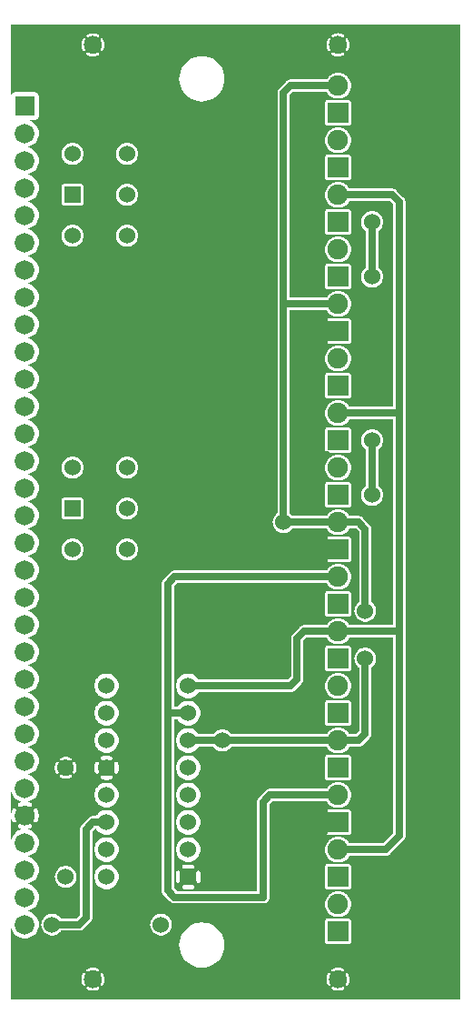
<source format=gtl>
G04 start of page 2 for group 0 idx 0 *
G04 Title: 31.002.00.01.01, component *
G04 Creator: pcb 4.2.1 *
G04 CreationDate: Wed Dec 23 16:06:14 2020 UTC *
G04 For: bert *
G04 Format: Gerber/RS-274X *
G04 PCB-Dimensions (mil): 2200.00 4200.00 *
G04 PCB-Coordinate-Origin: lower left *
%MOIN*%
%FSLAX25Y25*%
%LNGTL*%
%ADD22C,0.0460*%
%ADD21C,0.0280*%
%ADD20C,0.1457*%
%ADD19C,0.0400*%
%ADD18C,0.0420*%
%ADD17C,0.0350*%
%ADD16C,0.0750*%
%ADD15C,0.0650*%
%ADD14C,0.0600*%
%ADD13C,0.0720*%
%ADD12C,0.0250*%
%ADD11C,0.0001*%
G54D11*G36*
X152494Y255250D02*X160250D01*
Y179750D01*
X152494D01*
Y181870D01*
X152837Y182163D01*
X153246Y182642D01*
X153575Y183178D01*
X153816Y183760D01*
X153963Y184372D01*
X154000Y185000D01*
X153963Y185628D01*
X153816Y186240D01*
X153575Y186822D01*
X153246Y187358D01*
X152837Y187837D01*
X152494Y188130D01*
Y223488D01*
X152500Y223488D01*
X153128Y223537D01*
X153740Y223684D01*
X154322Y223925D01*
X154858Y224254D01*
X155337Y224663D01*
X155746Y225142D01*
X156075Y225678D01*
X156316Y226260D01*
X156463Y226872D01*
X156500Y227500D01*
X156463Y228128D01*
X156316Y228740D01*
X156075Y229322D01*
X155746Y229858D01*
X155337Y230337D01*
X154858Y230746D01*
X154750Y230812D01*
Y244188D01*
X154858Y244254D01*
X155337Y244663D01*
X155746Y245142D01*
X156075Y245678D01*
X156316Y246260D01*
X156463Y246872D01*
X156500Y247500D01*
X156463Y248128D01*
X156316Y248740D01*
X156075Y249322D01*
X155746Y249858D01*
X155337Y250337D01*
X154858Y250746D01*
X154322Y251075D01*
X153740Y251316D01*
X153128Y251463D01*
X152500Y251512D01*
X152494Y251512D01*
Y255250D01*
G37*
G36*
Y179750D02*X144192D01*
X143855Y180301D01*
X143369Y180869D01*
X142801Y181355D01*
X142163Y181745D01*
X141472Y182031D01*
X140745Y182206D01*
X140000Y182265D01*
Y182755D01*
X143907Y182759D01*
X144060Y182796D01*
X144205Y182856D01*
X144340Y182938D01*
X144459Y183041D01*
X144562Y183160D01*
X144644Y183295D01*
X144704Y183440D01*
X144741Y183593D01*
X144750Y183750D01*
X144741Y191407D01*
X144704Y191560D01*
X144644Y191705D01*
X144562Y191840D01*
X144459Y191959D01*
X144340Y192062D01*
X144205Y192144D01*
X144060Y192204D01*
X143907Y192241D01*
X143750Y192250D01*
X140000Y192245D01*
Y192735D01*
X140745Y192794D01*
X141472Y192969D01*
X142163Y193255D01*
X142801Y193645D01*
X143369Y194131D01*
X143855Y194699D01*
X144245Y195337D01*
X144531Y196028D01*
X144706Y196755D01*
X144750Y197500D01*
X144706Y198245D01*
X144531Y198972D01*
X144245Y199663D01*
X143855Y200301D01*
X143369Y200869D01*
X142801Y201355D01*
X142163Y201745D01*
X141472Y202031D01*
X140745Y202206D01*
X140000Y202265D01*
Y202755D01*
X143907Y202759D01*
X144060Y202796D01*
X144205Y202856D01*
X144340Y202938D01*
X144459Y203041D01*
X144562Y203160D01*
X144644Y203295D01*
X144704Y203440D01*
X144741Y203593D01*
X144750Y203750D01*
X144741Y211407D01*
X144704Y211560D01*
X144644Y211705D01*
X144562Y211840D01*
X144459Y211959D01*
X144340Y212062D01*
X144205Y212144D01*
X144060Y212204D01*
X143907Y212241D01*
X143750Y212250D01*
X140000Y212245D01*
Y212735D01*
X140745Y212794D01*
X141472Y212969D01*
X142163Y213255D01*
X142801Y213645D01*
X143369Y214131D01*
X143855Y214699D01*
X144192Y215250D01*
X146568D01*
X147750Y214068D01*
Y188312D01*
X147642Y188246D01*
X147163Y187837D01*
X146754Y187358D01*
X146425Y186822D01*
X146184Y186240D01*
X146037Y185628D01*
X145988Y185000D01*
X146037Y184372D01*
X146184Y183760D01*
X146425Y183178D01*
X146754Y182642D01*
X147163Y182163D01*
X147642Y181754D01*
X148178Y181425D01*
X148760Y181184D01*
X149372Y181037D01*
X150000Y180988D01*
X150628Y181037D01*
X151240Y181184D01*
X151822Y181425D01*
X152358Y181754D01*
X152494Y181870D01*
Y179750D01*
G37*
G36*
X140000Y252735D02*X140745Y252794D01*
X141472Y252969D01*
X142163Y253255D01*
X142801Y253645D01*
X143369Y254131D01*
X143855Y254699D01*
X144192Y255250D01*
X152494D01*
Y251512D01*
X151872Y251463D01*
X151260Y251316D01*
X150678Y251075D01*
X150142Y250746D01*
X149663Y250337D01*
X149254Y249858D01*
X148925Y249322D01*
X148684Y248740D01*
X148537Y248128D01*
X148488Y247500D01*
X148537Y246872D01*
X148684Y246260D01*
X148925Y245678D01*
X149254Y245142D01*
X149663Y244663D01*
X150142Y244254D01*
X150250Y244188D01*
Y230812D01*
X150142Y230746D01*
X149663Y230337D01*
X149254Y229858D01*
X148925Y229322D01*
X148684Y228740D01*
X148537Y228128D01*
X148488Y227500D01*
X148537Y226872D01*
X148684Y226260D01*
X148925Y225678D01*
X149254Y225142D01*
X149663Y224663D01*
X150142Y224254D01*
X150678Y223925D01*
X151260Y223684D01*
X151872Y223537D01*
X152494Y223488D01*
Y188130D01*
X152358Y188246D01*
X152250Y188312D01*
Y214912D01*
X152257Y215000D01*
X152229Y215353D01*
X152146Y215697D01*
X152107Y215793D01*
X152011Y216025D01*
X151896Y216212D01*
X151826Y216327D01*
X151826Y216327D01*
X151596Y216596D01*
X151529Y216653D01*
X149153Y219029D01*
X149096Y219096D01*
X148827Y219326D01*
X148827Y219326D01*
X148712Y219396D01*
X148525Y219511D01*
X148249Y219625D01*
X148197Y219646D01*
X147853Y219729D01*
X147500Y219757D01*
X147412Y219750D01*
X144192D01*
X143855Y220301D01*
X143369Y220869D01*
X142801Y221355D01*
X142163Y221745D01*
X141472Y222031D01*
X140745Y222206D01*
X140000Y222265D01*
Y222755D01*
X143907Y222759D01*
X144060Y222796D01*
X144205Y222856D01*
X144340Y222938D01*
X144459Y223041D01*
X144562Y223160D01*
X144644Y223295D01*
X144704Y223440D01*
X144741Y223593D01*
X144750Y223750D01*
X144741Y231407D01*
X144704Y231560D01*
X144644Y231705D01*
X144562Y231840D01*
X144459Y231959D01*
X144340Y232062D01*
X144205Y232144D01*
X144060Y232204D01*
X143907Y232241D01*
X143750Y232250D01*
X140000Y232245D01*
Y232735D01*
X140745Y232794D01*
X141472Y232969D01*
X142163Y233255D01*
X142801Y233645D01*
X143369Y234131D01*
X143855Y234699D01*
X144245Y235337D01*
X144531Y236028D01*
X144706Y236755D01*
X144750Y237500D01*
X144706Y238245D01*
X144531Y238972D01*
X144245Y239663D01*
X143855Y240301D01*
X143369Y240869D01*
X142801Y241355D01*
X142163Y241745D01*
X141472Y242031D01*
X140745Y242206D01*
X140000Y242265D01*
Y242755D01*
X143907Y242759D01*
X144060Y242796D01*
X144205Y242856D01*
X144340Y242938D01*
X144459Y243041D01*
X144562Y243160D01*
X144644Y243295D01*
X144704Y243440D01*
X144741Y243593D01*
X144750Y243750D01*
X144741Y251407D01*
X144704Y251560D01*
X144644Y251705D01*
X144562Y251840D01*
X144459Y251959D01*
X144340Y252062D01*
X144205Y252144D01*
X144060Y252204D01*
X143907Y252241D01*
X143750Y252250D01*
X140000Y252245D01*
Y252735D01*
G37*
G36*
X152494Y335250D02*X159068D01*
X160250Y334068D01*
Y259750D01*
X152494D01*
Y303488D01*
X152500Y303488D01*
X153128Y303537D01*
X153740Y303684D01*
X154322Y303925D01*
X154858Y304254D01*
X155337Y304663D01*
X155746Y305142D01*
X156075Y305678D01*
X156316Y306260D01*
X156463Y306872D01*
X156500Y307500D01*
X156463Y308128D01*
X156316Y308740D01*
X156075Y309322D01*
X155746Y309858D01*
X155337Y310337D01*
X154858Y310746D01*
X154750Y310812D01*
Y324188D01*
X154858Y324254D01*
X155337Y324663D01*
X155746Y325142D01*
X156075Y325678D01*
X156316Y326260D01*
X156463Y326872D01*
X156500Y327500D01*
X156463Y328128D01*
X156316Y328740D01*
X156075Y329322D01*
X155746Y329858D01*
X155337Y330337D01*
X154858Y330746D01*
X154322Y331075D01*
X153740Y331316D01*
X153128Y331463D01*
X152500Y331512D01*
X152494Y331512D01*
Y335250D01*
G37*
G36*
X140000Y332735D02*X140745Y332794D01*
X141472Y332969D01*
X142163Y333255D01*
X142801Y333645D01*
X143369Y334131D01*
X143855Y334699D01*
X144192Y335250D01*
X152494D01*
Y331512D01*
X151872Y331463D01*
X151260Y331316D01*
X150678Y331075D01*
X150142Y330746D01*
X149663Y330337D01*
X149254Y329858D01*
X148925Y329322D01*
X148684Y328740D01*
X148537Y328128D01*
X148488Y327500D01*
X148537Y326872D01*
X148684Y326260D01*
X148925Y325678D01*
X149254Y325142D01*
X149663Y324663D01*
X150142Y324254D01*
X150250Y324188D01*
Y310812D01*
X150142Y310746D01*
X149663Y310337D01*
X149254Y309858D01*
X148925Y309322D01*
X148684Y308740D01*
X148537Y308128D01*
X148488Y307500D01*
X148537Y306872D01*
X148684Y306260D01*
X148925Y305678D01*
X149254Y305142D01*
X149663Y304663D01*
X150142Y304254D01*
X150678Y303925D01*
X151260Y303684D01*
X151872Y303537D01*
X152494Y303488D01*
Y259750D01*
X144192D01*
X143855Y260301D01*
X143369Y260869D01*
X142801Y261355D01*
X142163Y261745D01*
X141472Y262031D01*
X140745Y262206D01*
X140000Y262265D01*
Y262755D01*
X143907Y262759D01*
X144060Y262796D01*
X144205Y262856D01*
X144340Y262938D01*
X144459Y263041D01*
X144562Y263160D01*
X144644Y263295D01*
X144704Y263440D01*
X144741Y263593D01*
X144750Y263750D01*
X144741Y271407D01*
X144704Y271560D01*
X144644Y271705D01*
X144562Y271840D01*
X144459Y271959D01*
X144340Y272062D01*
X144205Y272144D01*
X144060Y272204D01*
X143907Y272241D01*
X143750Y272250D01*
X140000Y272245D01*
Y272735D01*
X140745Y272794D01*
X141472Y272969D01*
X142163Y273255D01*
X142801Y273645D01*
X143369Y274131D01*
X143855Y274699D01*
X144245Y275337D01*
X144531Y276028D01*
X144706Y276755D01*
X144750Y277500D01*
X144706Y278245D01*
X144531Y278972D01*
X144245Y279663D01*
X143855Y280301D01*
X143369Y280869D01*
X142801Y281355D01*
X142163Y281745D01*
X141472Y282031D01*
X140745Y282206D01*
X140000Y282265D01*
Y282755D01*
X143907Y282759D01*
X144060Y282796D01*
X144205Y282856D01*
X144340Y282938D01*
X144459Y283041D01*
X144562Y283160D01*
X144644Y283295D01*
X144704Y283440D01*
X144741Y283593D01*
X144750Y283750D01*
X144741Y291407D01*
X144704Y291560D01*
X144644Y291705D01*
X144562Y291840D01*
X144459Y291959D01*
X144340Y292062D01*
X144205Y292144D01*
X144060Y292204D01*
X143907Y292241D01*
X143750Y292250D01*
X140000Y292245D01*
Y292735D01*
X140745Y292794D01*
X141472Y292969D01*
X142163Y293255D01*
X142801Y293645D01*
X143369Y294131D01*
X143855Y294699D01*
X144245Y295337D01*
X144531Y296028D01*
X144706Y296755D01*
X144750Y297500D01*
X144706Y298245D01*
X144531Y298972D01*
X144245Y299663D01*
X143855Y300301D01*
X143369Y300869D01*
X142801Y301355D01*
X142163Y301745D01*
X141472Y302031D01*
X140745Y302206D01*
X140000Y302265D01*
Y302755D01*
X143907Y302759D01*
X144060Y302796D01*
X144205Y302856D01*
X144340Y302938D01*
X144459Y303041D01*
X144562Y303160D01*
X144644Y303295D01*
X144704Y303440D01*
X144741Y303593D01*
X144750Y303750D01*
X144741Y311407D01*
X144704Y311560D01*
X144644Y311705D01*
X144562Y311840D01*
X144459Y311959D01*
X144340Y312062D01*
X144205Y312144D01*
X144060Y312204D01*
X143907Y312241D01*
X143750Y312250D01*
X140000Y312245D01*
Y312735D01*
X140745Y312794D01*
X141472Y312969D01*
X142163Y313255D01*
X142801Y313645D01*
X143369Y314131D01*
X143855Y314699D01*
X144245Y315337D01*
X144531Y316028D01*
X144706Y316755D01*
X144750Y317500D01*
X144706Y318245D01*
X144531Y318972D01*
X144245Y319663D01*
X143855Y320301D01*
X143369Y320869D01*
X142801Y321355D01*
X142163Y321745D01*
X141472Y322031D01*
X140745Y322206D01*
X140000Y322265D01*
Y322755D01*
X143907Y322759D01*
X144060Y322796D01*
X144205Y322856D01*
X144340Y322938D01*
X144459Y323041D01*
X144562Y323160D01*
X144644Y323295D01*
X144704Y323440D01*
X144741Y323593D01*
X144750Y323750D01*
X144741Y331407D01*
X144704Y331560D01*
X144644Y331705D01*
X144562Y331840D01*
X144459Y331959D01*
X144340Y332062D01*
X144205Y332144D01*
X144060Y332204D01*
X143907Y332241D01*
X143750Y332250D01*
X140000Y332245D01*
Y332735D01*
G37*
G36*
Y112735D02*X140745Y112794D01*
X141472Y112969D01*
X142163Y113255D01*
X142801Y113645D01*
X143369Y114131D01*
X143855Y114699D01*
X144245Y115337D01*
X144531Y116028D01*
X144706Y116755D01*
X144750Y117500D01*
X144706Y118245D01*
X144531Y118972D01*
X144245Y119663D01*
X143855Y120301D01*
X143369Y120869D01*
X142801Y121355D01*
X142163Y121745D01*
X141472Y122031D01*
X140745Y122206D01*
X140000Y122265D01*
Y122755D01*
X143907Y122759D01*
X144060Y122796D01*
X144205Y122856D01*
X144340Y122938D01*
X144459Y123041D01*
X144562Y123160D01*
X144644Y123295D01*
X144704Y123440D01*
X144741Y123593D01*
X144750Y123750D01*
X144741Y131407D01*
X144704Y131560D01*
X144644Y131705D01*
X144562Y131840D01*
X144459Y131959D01*
X144340Y132062D01*
X144205Y132144D01*
X144060Y132204D01*
X143907Y132241D01*
X143750Y132250D01*
X140000Y132245D01*
Y132735D01*
X140745Y132794D01*
X141472Y132969D01*
X142163Y133255D01*
X142801Y133645D01*
X143369Y134131D01*
X143855Y134699D01*
X144192Y135250D01*
X147412D01*
X147500Y135243D01*
X147853Y135271D01*
X147853Y135271D01*
X148197Y135354D01*
X148525Y135489D01*
X148827Y135674D01*
X149096Y135904D01*
X149153Y135971D01*
X151529Y138347D01*
X151596Y138404D01*
X151826Y138673D01*
X151826Y138673D01*
X152011Y138975D01*
X152146Y139303D01*
X152229Y139647D01*
X152257Y140000D01*
X152250Y140088D01*
Y164188D01*
X152358Y164254D01*
X152837Y164663D01*
X153246Y165142D01*
X153575Y165678D01*
X153816Y166260D01*
X153963Y166872D01*
X154000Y167500D01*
X153963Y168128D01*
X153816Y168740D01*
X153575Y169322D01*
X153246Y169858D01*
X152837Y170337D01*
X152358Y170746D01*
X151822Y171075D01*
X151240Y171316D01*
X150628Y171463D01*
X150000Y171512D01*
X149372Y171463D01*
X148760Y171316D01*
X148178Y171075D01*
X147642Y170746D01*
X147163Y170337D01*
X146754Y169858D01*
X146425Y169322D01*
X146184Y168740D01*
X146037Y168128D01*
X145988Y167500D01*
X146037Y166872D01*
X146184Y166260D01*
X146425Y165678D01*
X146754Y165142D01*
X147163Y164663D01*
X147642Y164254D01*
X147750Y164188D01*
Y140932D01*
X146568Y139750D01*
X144192D01*
X143855Y140301D01*
X143369Y140869D01*
X142801Y141355D01*
X142163Y141745D01*
X141472Y142031D01*
X140745Y142206D01*
X140000Y142265D01*
Y142755D01*
X143907Y142759D01*
X144060Y142796D01*
X144205Y142856D01*
X144340Y142938D01*
X144459Y143041D01*
X144562Y143160D01*
X144644Y143295D01*
X144704Y143440D01*
X144741Y143593D01*
X144750Y143750D01*
X144741Y151407D01*
X144704Y151560D01*
X144644Y151705D01*
X144562Y151840D01*
X144459Y151959D01*
X144340Y152062D01*
X144205Y152144D01*
X144060Y152204D01*
X143907Y152241D01*
X143750Y152250D01*
X140000Y152245D01*
Y152735D01*
X140745Y152794D01*
X141472Y152969D01*
X142163Y153255D01*
X142801Y153645D01*
X143369Y154131D01*
X143855Y154699D01*
X144245Y155337D01*
X144531Y156028D01*
X144706Y156755D01*
X144750Y157500D01*
X144706Y158245D01*
X144531Y158972D01*
X144245Y159663D01*
X143855Y160301D01*
X143369Y160869D01*
X142801Y161355D01*
X142163Y161745D01*
X141472Y162031D01*
X140745Y162206D01*
X140000Y162265D01*
Y162755D01*
X143907Y162759D01*
X144060Y162796D01*
X144205Y162856D01*
X144340Y162938D01*
X144459Y163041D01*
X144562Y163160D01*
X144644Y163295D01*
X144704Y163440D01*
X144741Y163593D01*
X144750Y163750D01*
X144741Y171407D01*
X144704Y171560D01*
X144644Y171705D01*
X144562Y171840D01*
X144459Y171959D01*
X144340Y172062D01*
X144205Y172144D01*
X144060Y172204D01*
X143907Y172241D01*
X143750Y172250D01*
X140000Y172245D01*
Y172735D01*
X140745Y172794D01*
X141472Y172969D01*
X142163Y173255D01*
X142801Y173645D01*
X143369Y174131D01*
X143855Y174699D01*
X144192Y175250D01*
X160250D01*
Y103432D01*
X156568Y99750D01*
X144192D01*
X143855Y100301D01*
X143369Y100869D01*
X142801Y101355D01*
X142163Y101745D01*
X141472Y102031D01*
X140745Y102206D01*
X140000Y102265D01*
Y102755D01*
X143907Y102759D01*
X144060Y102796D01*
X144205Y102856D01*
X144340Y102938D01*
X144459Y103041D01*
X144562Y103160D01*
X144644Y103295D01*
X144704Y103440D01*
X144741Y103593D01*
X144750Y103750D01*
X144741Y111407D01*
X144704Y111560D01*
X144644Y111705D01*
X144562Y111840D01*
X144459Y111959D01*
X144340Y112062D01*
X144205Y112144D01*
X144060Y112204D01*
X143907Y112241D01*
X143750Y112250D01*
X140000Y112245D01*
Y112735D01*
G37*
G36*
X143501Y400000D02*X185000D01*
Y42500D01*
X143501D01*
Y47705D01*
X143532Y47722D01*
X143594Y47770D01*
X143648Y47827D01*
X143691Y47893D01*
X143877Y48248D01*
X144025Y48621D01*
X144137Y49006D01*
X144212Y49400D01*
X144250Y49799D01*
Y50201D01*
X144212Y50600D01*
X144137Y50994D01*
X144025Y51379D01*
X143877Y51752D01*
X143695Y52109D01*
X143651Y52175D01*
X143597Y52233D01*
X143534Y52281D01*
X143501Y52300D01*
Y62759D01*
X143907Y62759D01*
X144060Y62796D01*
X144205Y62856D01*
X144340Y62938D01*
X144459Y63041D01*
X144562Y63160D01*
X144644Y63295D01*
X144704Y63440D01*
X144741Y63593D01*
X144750Y63750D01*
X144741Y71407D01*
X144704Y71560D01*
X144644Y71705D01*
X144562Y71840D01*
X144459Y71959D01*
X144340Y72062D01*
X144205Y72144D01*
X144060Y72204D01*
X143907Y72241D01*
X143750Y72250D01*
X143501Y72250D01*
Y74285D01*
X143855Y74699D01*
X144245Y75337D01*
X144531Y76028D01*
X144706Y76755D01*
X144750Y77500D01*
X144706Y78245D01*
X144531Y78972D01*
X144245Y79663D01*
X143855Y80301D01*
X143501Y80715D01*
Y82759D01*
X143907Y82759D01*
X144060Y82796D01*
X144205Y82856D01*
X144340Y82938D01*
X144459Y83041D01*
X144562Y83160D01*
X144644Y83295D01*
X144704Y83440D01*
X144741Y83593D01*
X144750Y83750D01*
X144741Y91407D01*
X144704Y91560D01*
X144644Y91705D01*
X144562Y91840D01*
X144459Y91959D01*
X144340Y92062D01*
X144205Y92144D01*
X144060Y92204D01*
X143907Y92241D01*
X143750Y92250D01*
X143501Y92250D01*
Y94285D01*
X143855Y94699D01*
X144192Y95250D01*
X157412D01*
X157500Y95243D01*
X157853Y95271D01*
X157853Y95271D01*
X158197Y95354D01*
X158525Y95489D01*
X158827Y95674D01*
X159096Y95904D01*
X159153Y95971D01*
X164029Y100847D01*
X164096Y100904D01*
X164326Y101173D01*
X164326Y101173D01*
X164511Y101475D01*
X164646Y101803D01*
X164729Y102147D01*
X164757Y102500D01*
X164750Y102588D01*
Y177412D01*
X164757Y177500D01*
X164750Y177588D01*
Y257412D01*
X164757Y257500D01*
X164750Y257588D01*
Y334912D01*
X164757Y335000D01*
X164729Y335353D01*
X164646Y335697D01*
X164607Y335793D01*
X164511Y336025D01*
X164396Y336212D01*
X164326Y336327D01*
X164326Y336327D01*
X164096Y336596D01*
X164029Y336653D01*
X161653Y339029D01*
X161596Y339096D01*
X161327Y339326D01*
X161327Y339326D01*
X161212Y339396D01*
X161025Y339511D01*
X160793Y339607D01*
X160697Y339646D01*
X160353Y339729D01*
X160000Y339757D01*
X159912Y339750D01*
X144192D01*
X143855Y340301D01*
X143501Y340715D01*
Y342759D01*
X143907Y342759D01*
X144060Y342796D01*
X144205Y342856D01*
X144340Y342938D01*
X144459Y343041D01*
X144562Y343160D01*
X144644Y343295D01*
X144704Y343440D01*
X144741Y343593D01*
X144750Y343750D01*
X144741Y351407D01*
X144704Y351560D01*
X144644Y351705D01*
X144562Y351840D01*
X144459Y351959D01*
X144340Y352062D01*
X144205Y352144D01*
X144060Y352204D01*
X143907Y352241D01*
X143750Y352250D01*
X143501Y352250D01*
Y354285D01*
X143855Y354699D01*
X144245Y355337D01*
X144531Y356028D01*
X144706Y356755D01*
X144750Y357500D01*
X144706Y358245D01*
X144531Y358972D01*
X144245Y359663D01*
X143855Y360301D01*
X143501Y360715D01*
Y362759D01*
X143907Y362759D01*
X144060Y362796D01*
X144205Y362856D01*
X144340Y362938D01*
X144459Y363041D01*
X144562Y363160D01*
X144644Y363295D01*
X144704Y363440D01*
X144741Y363593D01*
X144750Y363750D01*
X144741Y371407D01*
X144704Y371560D01*
X144644Y371705D01*
X144562Y371840D01*
X144459Y371959D01*
X144340Y372062D01*
X144205Y372144D01*
X144060Y372204D01*
X143907Y372241D01*
X143750Y372250D01*
X143501Y372250D01*
Y374285D01*
X143855Y374699D01*
X144245Y375337D01*
X144531Y376028D01*
X144706Y376755D01*
X144750Y377500D01*
X144706Y378245D01*
X144531Y378972D01*
X144245Y379663D01*
X143855Y380301D01*
X143501Y380715D01*
Y390205D01*
X143532Y390222D01*
X143594Y390270D01*
X143648Y390327D01*
X143691Y390393D01*
X143877Y390748D01*
X144025Y391121D01*
X144137Y391506D01*
X144212Y391900D01*
X144250Y392299D01*
Y392701D01*
X144212Y393100D01*
X144137Y393494D01*
X144025Y393879D01*
X143877Y394252D01*
X143695Y394609D01*
X143651Y394675D01*
X143597Y394733D01*
X143534Y394781D01*
X143501Y394800D01*
Y400000D01*
G37*
G36*
Y372250D02*X140000Y372245D01*
Y372735D01*
X140745Y372794D01*
X141472Y372969D01*
X142163Y373255D01*
X142801Y373645D01*
X143369Y374131D01*
X143501Y374285D01*
Y372250D01*
G37*
G36*
Y360715D02*X143369Y360869D01*
X142801Y361355D01*
X142163Y361745D01*
X141472Y362031D01*
X140745Y362206D01*
X140000Y362265D01*
Y362755D01*
X143501Y362759D01*
Y360715D01*
G37*
G36*
Y352250D02*X140000Y352245D01*
Y352735D01*
X140745Y352794D01*
X141472Y352969D01*
X142163Y353255D01*
X142801Y353645D01*
X143369Y354131D01*
X143501Y354285D01*
Y352250D01*
G37*
G36*
Y340715D02*X143369Y340869D01*
X142801Y341355D01*
X142163Y341745D01*
X141472Y342031D01*
X140745Y342206D01*
X140000Y342265D01*
Y342755D01*
X143501Y342759D01*
Y340715D01*
G37*
G36*
Y92250D02*X140000Y92245D01*
Y92735D01*
X140745Y92794D01*
X141472Y92969D01*
X142163Y93255D01*
X142801Y93645D01*
X143369Y94131D01*
X143501Y94285D01*
Y92250D01*
G37*
G36*
Y80715D02*X143369Y80869D01*
X142801Y81355D01*
X142163Y81745D01*
X141472Y82031D01*
X140745Y82206D01*
X140000Y82265D01*
Y82755D01*
X143501Y82759D01*
Y80715D01*
G37*
G36*
Y72250D02*X140000Y72245D01*
Y72735D01*
X140745Y72794D01*
X141472Y72969D01*
X142163Y73255D01*
X142801Y73645D01*
X143369Y74131D01*
X143501Y74285D01*
Y72250D01*
G37*
G36*
Y42500D02*X140000D01*
Y45750D01*
X140201D01*
X140600Y45788D01*
X140994Y45863D01*
X141379Y45975D01*
X141752Y46123D01*
X142109Y46305D01*
X142175Y46349D01*
X142233Y46403D01*
X142281Y46466D01*
X142320Y46536D01*
X142346Y46610D01*
X142361Y46688D01*
X142364Y46767D01*
X142354Y46846D01*
X142332Y46922D01*
X142298Y46994D01*
X142253Y47059D01*
X142199Y47117D01*
X142136Y47166D01*
X142067Y47204D01*
X141992Y47231D01*
X141914Y47245D01*
X141835Y47248D01*
X141757Y47238D01*
X141680Y47216D01*
X141609Y47181D01*
X141338Y47038D01*
X141053Y46925D01*
X140759Y46840D01*
X140458Y46782D01*
X140153Y46754D01*
X140000D01*
Y53246D01*
X140153D01*
X140458Y53218D01*
X140759Y53160D01*
X141053Y53075D01*
X141338Y52962D01*
X141611Y52822D01*
X141682Y52788D01*
X141757Y52766D01*
X141835Y52756D01*
X141914Y52758D01*
X141991Y52773D01*
X142065Y52800D01*
X142134Y52837D01*
X142197Y52886D01*
X142250Y52943D01*
X142295Y53008D01*
X142328Y53079D01*
X142350Y53155D01*
X142360Y53233D01*
X142358Y53312D01*
X142343Y53389D01*
X142316Y53463D01*
X142278Y53532D01*
X142230Y53594D01*
X142173Y53648D01*
X142107Y53691D01*
X141752Y53877D01*
X141379Y54025D01*
X140994Y54137D01*
X140600Y54212D01*
X140201Y54250D01*
X140000D01*
Y62755D01*
X143501Y62759D01*
Y52300D01*
X143464Y52320D01*
X143390Y52346D01*
X143312Y52361D01*
X143233Y52364D01*
X143154Y52354D01*
X143078Y52332D01*
X143006Y52298D01*
X142941Y52253D01*
X142883Y52199D01*
X142834Y52136D01*
X142796Y52067D01*
X142769Y51992D01*
X142755Y51914D01*
X142752Y51835D01*
X142762Y51757D01*
X142784Y51680D01*
X142819Y51609D01*
X142962Y51338D01*
X143075Y51053D01*
X143160Y50759D01*
X143218Y50458D01*
X143246Y50153D01*
Y49847D01*
X143218Y49542D01*
X143160Y49241D01*
X143075Y48947D01*
X142962Y48662D01*
X142822Y48389D01*
X142788Y48318D01*
X142766Y48243D01*
X142756Y48165D01*
X142758Y48086D01*
X142773Y48009D01*
X142800Y47935D01*
X142837Y47866D01*
X142886Y47803D01*
X142943Y47750D01*
X143008Y47705D01*
X143079Y47672D01*
X143155Y47650D01*
X143233Y47640D01*
X143312Y47642D01*
X143389Y47657D01*
X143463Y47684D01*
X143501Y47705D01*
Y42500D01*
G37*
G36*
X140000Y400000D02*X143501D01*
Y394800D01*
X143464Y394820D01*
X143390Y394846D01*
X143312Y394861D01*
X143233Y394864D01*
X143154Y394854D01*
X143078Y394832D01*
X143006Y394798D01*
X142941Y394753D01*
X142883Y394699D01*
X142834Y394636D01*
X142796Y394567D01*
X142769Y394492D01*
X142755Y394414D01*
X142752Y394335D01*
X142762Y394257D01*
X142784Y394180D01*
X142819Y394109D01*
X142962Y393838D01*
X143075Y393553D01*
X143160Y393259D01*
X143218Y392958D01*
X143246Y392653D01*
Y392347D01*
X143218Y392042D01*
X143160Y391741D01*
X143075Y391447D01*
X142962Y391162D01*
X142822Y390889D01*
X142788Y390818D01*
X142766Y390743D01*
X142756Y390665D01*
X142758Y390586D01*
X142773Y390509D01*
X142800Y390435D01*
X142837Y390366D01*
X142886Y390303D01*
X142943Y390250D01*
X143008Y390205D01*
X143079Y390172D01*
X143155Y390150D01*
X143233Y390140D01*
X143312Y390142D01*
X143389Y390157D01*
X143463Y390184D01*
X143501Y390205D01*
Y380715D01*
X143369Y380869D01*
X142801Y381355D01*
X142163Y381745D01*
X141472Y382031D01*
X140745Y382206D01*
X140000Y382265D01*
Y388250D01*
X140201D01*
X140600Y388288D01*
X140994Y388363D01*
X141379Y388475D01*
X141752Y388623D01*
X142109Y388805D01*
X142175Y388849D01*
X142233Y388903D01*
X142281Y388966D01*
X142320Y389036D01*
X142346Y389110D01*
X142361Y389188D01*
X142364Y389267D01*
X142354Y389346D01*
X142332Y389422D01*
X142298Y389494D01*
X142253Y389559D01*
X142199Y389617D01*
X142136Y389666D01*
X142067Y389704D01*
X141992Y389731D01*
X141914Y389745D01*
X141835Y389748D01*
X141757Y389738D01*
X141680Y389716D01*
X141609Y389681D01*
X141338Y389538D01*
X141053Y389425D01*
X140759Y389340D01*
X140458Y389282D01*
X140153Y389254D01*
X140000D01*
Y395746D01*
X140153D01*
X140458Y395718D01*
X140759Y395660D01*
X141053Y395575D01*
X141338Y395462D01*
X141611Y395322D01*
X141682Y395288D01*
X141757Y395266D01*
X141835Y395256D01*
X141914Y395258D01*
X141991Y395273D01*
X142065Y395300D01*
X142134Y395337D01*
X142197Y395386D01*
X142250Y395443D01*
X142295Y395508D01*
X142328Y395579D01*
X142350Y395655D01*
X142360Y395733D01*
X142358Y395812D01*
X142343Y395889D01*
X142316Y395963D01*
X142278Y396032D01*
X142230Y396094D01*
X142173Y396148D01*
X142107Y396191D01*
X141752Y396377D01*
X141379Y396525D01*
X140994Y396637D01*
X140600Y396712D01*
X140201Y396750D01*
X140000D01*
Y400000D01*
G37*
G36*
Y202265D02*X139255Y202206D01*
X138528Y202031D01*
X137837Y201745D01*
X137199Y201355D01*
X136631Y200869D01*
X136145Y200301D01*
X135808Y199750D01*
X122622D01*
Y214479D01*
X122837Y214663D01*
X123246Y215142D01*
X123312Y215250D01*
X135808D01*
X136145Y214699D01*
X136631Y214131D01*
X137199Y213645D01*
X137837Y213255D01*
X138528Y212969D01*
X139255Y212794D01*
X140000Y212735D01*
Y212245D01*
X136093Y212241D01*
X135940Y212204D01*
X135795Y212144D01*
X135660Y212062D01*
X135541Y211959D01*
X135438Y211840D01*
X135356Y211705D01*
X135296Y211560D01*
X135259Y211407D01*
X135250Y211250D01*
X135259Y203593D01*
X135296Y203440D01*
X135356Y203295D01*
X135438Y203160D01*
X135541Y203041D01*
X135660Y202938D01*
X135795Y202856D01*
X135940Y202796D01*
X136093Y202759D01*
X136250Y202750D01*
X140000Y202755D01*
Y202265D01*
G37*
G36*
Y182265D02*X139255Y182206D01*
X138528Y182031D01*
X137837Y181745D01*
X137199Y181355D01*
X136631Y180869D01*
X136145Y180301D01*
X135808Y179750D01*
X127588D01*
X127500Y179757D01*
X127147Y179729D01*
X126803Y179646D01*
X126475Y179511D01*
X126173Y179326D01*
X126173Y179326D01*
X125904Y179096D01*
X125847Y179029D01*
X123471Y176653D01*
X123404Y176596D01*
X123174Y176327D01*
X122989Y176025D01*
X122854Y175697D01*
X122771Y175353D01*
X122771Y175353D01*
X122743Y175000D01*
X122750Y174912D01*
Y160932D01*
X122622Y160804D01*
Y195250D01*
X135808D01*
X136145Y194699D01*
X136631Y194131D01*
X137199Y193645D01*
X137837Y193255D01*
X138528Y192969D01*
X139255Y192794D01*
X140000Y192735D01*
Y192245D01*
X136093Y192241D01*
X135940Y192204D01*
X135795Y192144D01*
X135660Y192062D01*
X135541Y191959D01*
X135438Y191840D01*
X135356Y191705D01*
X135296Y191560D01*
X135259Y191407D01*
X135250Y191250D01*
X135259Y183593D01*
X135296Y183440D01*
X135356Y183295D01*
X135438Y183160D01*
X135541Y183041D01*
X135660Y182938D01*
X135795Y182856D01*
X135940Y182796D01*
X136093Y182759D01*
X136250Y182750D01*
X140000Y182755D01*
Y182265D01*
G37*
G36*
Y262265D02*X139255Y262206D01*
X138528Y262031D01*
X137837Y261745D01*
X137199Y261355D01*
X136631Y260869D01*
X136145Y260301D01*
X135755Y259663D01*
X135469Y258972D01*
X135294Y258245D01*
X135235Y257500D01*
X135294Y256755D01*
X135469Y256028D01*
X135755Y255337D01*
X136145Y254699D01*
X136631Y254131D01*
X137199Y253645D01*
X137837Y253255D01*
X138528Y252969D01*
X139255Y252794D01*
X140000Y252735D01*
Y252245D01*
X136093Y252241D01*
X135940Y252204D01*
X135795Y252144D01*
X135660Y252062D01*
X135541Y251959D01*
X135438Y251840D01*
X135356Y251705D01*
X135296Y251560D01*
X135259Y251407D01*
X135250Y251250D01*
X135259Y243593D01*
X135296Y243440D01*
X135356Y243295D01*
X135438Y243160D01*
X135541Y243041D01*
X135660Y242938D01*
X135795Y242856D01*
X135940Y242796D01*
X136093Y242759D01*
X136250Y242750D01*
X140000Y242755D01*
Y242265D01*
X139255Y242206D01*
X138528Y242031D01*
X137837Y241745D01*
X137199Y241355D01*
X136631Y240869D01*
X136145Y240301D01*
X135755Y239663D01*
X135469Y238972D01*
X135294Y238245D01*
X135235Y237500D01*
X135294Y236755D01*
X135469Y236028D01*
X135755Y235337D01*
X136145Y234699D01*
X136631Y234131D01*
X137199Y233645D01*
X137837Y233255D01*
X138528Y232969D01*
X139255Y232794D01*
X140000Y232735D01*
Y232245D01*
X136093Y232241D01*
X135940Y232204D01*
X135795Y232144D01*
X135660Y232062D01*
X135541Y231959D01*
X135438Y231840D01*
X135356Y231705D01*
X135296Y231560D01*
X135259Y231407D01*
X135250Y231250D01*
X135259Y223593D01*
X135296Y223440D01*
X135356Y223295D01*
X135438Y223160D01*
X135541Y223041D01*
X135660Y222938D01*
X135795Y222856D01*
X135940Y222796D01*
X136093Y222759D01*
X136250Y222750D01*
X140000Y222755D01*
Y222265D01*
X139255Y222206D01*
X138528Y222031D01*
X137837Y221745D01*
X137199Y221355D01*
X136631Y220869D01*
X136145Y220301D01*
X135808Y219750D01*
X123312D01*
X123246Y219858D01*
X122837Y220337D01*
X122622Y220521D01*
Y295250D01*
X135808D01*
X136145Y294699D01*
X136631Y294131D01*
X137199Y293645D01*
X137837Y293255D01*
X138528Y292969D01*
X139255Y292794D01*
X140000Y292735D01*
Y292245D01*
X136093Y292241D01*
X135940Y292204D01*
X135795Y292144D01*
X135660Y292062D01*
X135541Y291959D01*
X135438Y291840D01*
X135356Y291705D01*
X135296Y291560D01*
X135259Y291407D01*
X135250Y291250D01*
X135259Y283593D01*
X135296Y283440D01*
X135356Y283295D01*
X135438Y283160D01*
X135541Y283041D01*
X135660Y282938D01*
X135795Y282856D01*
X135940Y282796D01*
X136093Y282759D01*
X136250Y282750D01*
X140000Y282755D01*
Y282265D01*
X139255Y282206D01*
X138528Y282031D01*
X137837Y281745D01*
X137199Y281355D01*
X136631Y280869D01*
X136145Y280301D01*
X135755Y279663D01*
X135469Y278972D01*
X135294Y278245D01*
X135235Y277500D01*
X135294Y276755D01*
X135469Y276028D01*
X135755Y275337D01*
X136145Y274699D01*
X136631Y274131D01*
X137199Y273645D01*
X137837Y273255D01*
X138528Y272969D01*
X139255Y272794D01*
X140000Y272735D01*
Y272245D01*
X136093Y272241D01*
X135940Y272204D01*
X135795Y272144D01*
X135660Y272062D01*
X135541Y271959D01*
X135438Y271840D01*
X135356Y271705D01*
X135296Y271560D01*
X135259Y271407D01*
X135250Y271250D01*
X135259Y263593D01*
X135296Y263440D01*
X135356Y263295D01*
X135438Y263160D01*
X135541Y263041D01*
X135660Y262938D01*
X135795Y262856D01*
X135940Y262796D01*
X136093Y262759D01*
X136250Y262750D01*
X140000Y262755D01*
Y262265D01*
G37*
G36*
Y342265D02*X139255Y342206D01*
X138528Y342031D01*
X137837Y341745D01*
X137199Y341355D01*
X136631Y340869D01*
X136145Y340301D01*
X135755Y339663D01*
X135469Y338972D01*
X135294Y338245D01*
X135235Y337500D01*
X135294Y336755D01*
X135469Y336028D01*
X135755Y335337D01*
X136145Y334699D01*
X136631Y334131D01*
X137199Y333645D01*
X137837Y333255D01*
X138528Y332969D01*
X139255Y332794D01*
X140000Y332735D01*
Y332245D01*
X136093Y332241D01*
X135940Y332204D01*
X135795Y332144D01*
X135660Y332062D01*
X135541Y331959D01*
X135438Y331840D01*
X135356Y331705D01*
X135296Y331560D01*
X135259Y331407D01*
X135250Y331250D01*
X135259Y323593D01*
X135296Y323440D01*
X135356Y323295D01*
X135438Y323160D01*
X135541Y323041D01*
X135660Y322938D01*
X135795Y322856D01*
X135940Y322796D01*
X136093Y322759D01*
X136250Y322750D01*
X140000Y322755D01*
Y322265D01*
X139255Y322206D01*
X138528Y322031D01*
X137837Y321745D01*
X137199Y321355D01*
X136631Y320869D01*
X136145Y320301D01*
X135755Y319663D01*
X135469Y318972D01*
X135294Y318245D01*
X135235Y317500D01*
X135294Y316755D01*
X135469Y316028D01*
X135755Y315337D01*
X136145Y314699D01*
X136631Y314131D01*
X137199Y313645D01*
X137837Y313255D01*
X138528Y312969D01*
X139255Y312794D01*
X140000Y312735D01*
Y312245D01*
X136093Y312241D01*
X135940Y312204D01*
X135795Y312144D01*
X135660Y312062D01*
X135541Y311959D01*
X135438Y311840D01*
X135356Y311705D01*
X135296Y311560D01*
X135259Y311407D01*
X135250Y311250D01*
X135259Y303593D01*
X135296Y303440D01*
X135356Y303295D01*
X135438Y303160D01*
X135541Y303041D01*
X135660Y302938D01*
X135795Y302856D01*
X135940Y302796D01*
X136093Y302759D01*
X136250Y302750D01*
X140000Y302755D01*
Y302265D01*
X139255Y302206D01*
X138528Y302031D01*
X137837Y301745D01*
X137199Y301355D01*
X136631Y300869D01*
X136145Y300301D01*
X135808Y299750D01*
X122622D01*
Y374440D01*
X123432Y375250D01*
X135808D01*
X136145Y374699D01*
X136631Y374131D01*
X137199Y373645D01*
X137837Y373255D01*
X138528Y372969D01*
X139255Y372794D01*
X140000Y372735D01*
Y372245D01*
X136093Y372241D01*
X135940Y372204D01*
X135795Y372144D01*
X135660Y372062D01*
X135541Y371959D01*
X135438Y371840D01*
X135356Y371705D01*
X135296Y371560D01*
X135259Y371407D01*
X135250Y371250D01*
X135259Y363593D01*
X135296Y363440D01*
X135356Y363295D01*
X135438Y363160D01*
X135541Y363041D01*
X135660Y362938D01*
X135795Y362856D01*
X135940Y362796D01*
X136093Y362759D01*
X136250Y362750D01*
X140000Y362755D01*
Y362265D01*
X139255Y362206D01*
X138528Y362031D01*
X137837Y361745D01*
X137199Y361355D01*
X136631Y360869D01*
X136145Y360301D01*
X135755Y359663D01*
X135469Y358972D01*
X135294Y358245D01*
X135235Y357500D01*
X135294Y356755D01*
X135469Y356028D01*
X135755Y355337D01*
X136145Y354699D01*
X136631Y354131D01*
X137199Y353645D01*
X137837Y353255D01*
X138528Y352969D01*
X139255Y352794D01*
X140000Y352735D01*
Y352245D01*
X136093Y352241D01*
X135940Y352204D01*
X135795Y352144D01*
X135660Y352062D01*
X135541Y351959D01*
X135438Y351840D01*
X135356Y351705D01*
X135296Y351560D01*
X135259Y351407D01*
X135250Y351250D01*
X135259Y343593D01*
X135296Y343440D01*
X135356Y343295D01*
X135438Y343160D01*
X135541Y343041D01*
X135660Y342938D01*
X135795Y342856D01*
X135940Y342796D01*
X136093Y342759D01*
X136250Y342750D01*
X140000Y342755D01*
Y342265D01*
G37*
G36*
Y142265D02*X139255Y142206D01*
X138528Y142031D01*
X137837Y141745D01*
X137199Y141355D01*
X136631Y140869D01*
X136145Y140301D01*
X135808Y139750D01*
X122622D01*
Y155253D01*
X122853Y155271D01*
X122853Y155271D01*
X123197Y155354D01*
X123525Y155489D01*
X123827Y155674D01*
X124096Y155904D01*
X124153Y155971D01*
X126529Y158347D01*
X126596Y158404D01*
X126826Y158673D01*
X126826Y158673D01*
X127011Y158975D01*
X127146Y159303D01*
X127229Y159647D01*
X127257Y160000D01*
X127250Y160088D01*
Y174068D01*
X128432Y175250D01*
X135808D01*
X136145Y174699D01*
X136631Y174131D01*
X137199Y173645D01*
X137837Y173255D01*
X138528Y172969D01*
X139255Y172794D01*
X140000Y172735D01*
Y172245D01*
X136093Y172241D01*
X135940Y172204D01*
X135795Y172144D01*
X135660Y172062D01*
X135541Y171959D01*
X135438Y171840D01*
X135356Y171705D01*
X135296Y171560D01*
X135259Y171407D01*
X135250Y171250D01*
X135259Y163593D01*
X135296Y163440D01*
X135356Y163295D01*
X135438Y163160D01*
X135541Y163041D01*
X135660Y162938D01*
X135795Y162856D01*
X135940Y162796D01*
X136093Y162759D01*
X136250Y162750D01*
X140000Y162755D01*
Y162265D01*
X139255Y162206D01*
X138528Y162031D01*
X137837Y161745D01*
X137199Y161355D01*
X136631Y160869D01*
X136145Y160301D01*
X135755Y159663D01*
X135469Y158972D01*
X135294Y158245D01*
X135235Y157500D01*
X135294Y156755D01*
X135469Y156028D01*
X135755Y155337D01*
X136145Y154699D01*
X136631Y154131D01*
X137199Y153645D01*
X137837Y153255D01*
X138528Y152969D01*
X139255Y152794D01*
X140000Y152735D01*
Y152245D01*
X136093Y152241D01*
X135940Y152204D01*
X135795Y152144D01*
X135660Y152062D01*
X135541Y151959D01*
X135438Y151840D01*
X135356Y151705D01*
X135296Y151560D01*
X135259Y151407D01*
X135250Y151250D01*
X135259Y143593D01*
X135296Y143440D01*
X135356Y143295D01*
X135438Y143160D01*
X135541Y143041D01*
X135660Y142938D01*
X135795Y142856D01*
X135940Y142796D01*
X136093Y142759D01*
X136250Y142750D01*
X140000Y142755D01*
Y142265D01*
G37*
G36*
Y122265D02*X139255Y122206D01*
X138528Y122031D01*
X137837Y121745D01*
X137199Y121355D01*
X136631Y120869D01*
X136145Y120301D01*
X135808Y119750D01*
X122622D01*
Y135250D01*
X135808D01*
X136145Y134699D01*
X136631Y134131D01*
X137199Y133645D01*
X137837Y133255D01*
X138528Y132969D01*
X139255Y132794D01*
X140000Y132735D01*
Y132245D01*
X136093Y132241D01*
X135940Y132204D01*
X135795Y132144D01*
X135660Y132062D01*
X135541Y131959D01*
X135438Y131840D01*
X135356Y131705D01*
X135296Y131560D01*
X135259Y131407D01*
X135250Y131250D01*
X135259Y123593D01*
X135296Y123440D01*
X135356Y123295D01*
X135438Y123160D01*
X135541Y123041D01*
X135660Y122938D01*
X135795Y122856D01*
X135940Y122796D01*
X136093Y122759D01*
X136250Y122750D01*
X140000Y122755D01*
Y122265D01*
G37*
G36*
X136499Y74285D02*X136631Y74131D01*
X137199Y73645D01*
X137837Y73255D01*
X138528Y72969D01*
X139255Y72794D01*
X140000Y72735D01*
Y72245D01*
X136499Y72241D01*
Y74285D01*
G37*
G36*
Y82750D02*X140000Y82755D01*
Y82265D01*
X139255Y82206D01*
X138528Y82031D01*
X137837Y81745D01*
X137199Y81355D01*
X136631Y80869D01*
X136499Y80715D01*
Y82750D01*
G37*
G36*
Y94285D02*X136631Y94131D01*
X137199Y93645D01*
X137837Y93255D01*
X138528Y92969D01*
X139255Y92794D01*
X140000Y92735D01*
Y92245D01*
X136499Y92241D01*
Y94285D01*
G37*
G36*
Y102750D02*X140000Y102755D01*
Y102265D01*
X139255Y102206D01*
X138528Y102031D01*
X137837Y101745D01*
X137199Y101355D01*
X136631Y100869D01*
X136499Y100715D01*
Y102750D01*
G37*
G36*
Y114285D02*X136631Y114131D01*
X137199Y113645D01*
X137837Y113255D01*
X138528Y112969D01*
X139255Y112794D01*
X140000Y112735D01*
Y112245D01*
X136499Y112241D01*
Y114285D01*
G37*
G36*
X140000Y42500D02*X136499D01*
Y47700D01*
X136536Y47680D01*
X136610Y47654D01*
X136688Y47639D01*
X136767Y47636D01*
X136846Y47646D01*
X136922Y47668D01*
X136994Y47702D01*
X137059Y47747D01*
X137117Y47801D01*
X137166Y47864D01*
X137204Y47933D01*
X137231Y48008D01*
X137245Y48086D01*
X137248Y48165D01*
X137238Y48243D01*
X137216Y48320D01*
X137181Y48391D01*
X137038Y48662D01*
X136925Y48947D01*
X136840Y49241D01*
X136782Y49542D01*
X136754Y49847D01*
Y50153D01*
X136782Y50458D01*
X136840Y50759D01*
X136925Y51053D01*
X137038Y51338D01*
X137178Y51611D01*
X137212Y51682D01*
X137234Y51757D01*
X137244Y51835D01*
X137242Y51914D01*
X137227Y51991D01*
X137200Y52065D01*
X137163Y52134D01*
X137114Y52197D01*
X137057Y52250D01*
X136992Y52295D01*
X136921Y52328D01*
X136845Y52350D01*
X136767Y52360D01*
X136688Y52358D01*
X136611Y52343D01*
X136537Y52316D01*
X136499Y52295D01*
Y62750D01*
X140000Y62755D01*
Y54250D01*
X139799D01*
X139400Y54212D01*
X139006Y54137D01*
X138621Y54025D01*
X138248Y53877D01*
X137891Y53695D01*
X137825Y53651D01*
X137767Y53597D01*
X137719Y53534D01*
X137680Y53464D01*
X137654Y53390D01*
X137639Y53312D01*
X137636Y53233D01*
X137646Y53154D01*
X137668Y53078D01*
X137702Y53006D01*
X137747Y52941D01*
X137801Y52883D01*
X137864Y52834D01*
X137933Y52796D01*
X138008Y52769D01*
X138086Y52755D01*
X138165Y52752D01*
X138243Y52762D01*
X138320Y52784D01*
X138391Y52819D01*
X138662Y52962D01*
X138947Y53075D01*
X139241Y53160D01*
X139542Y53218D01*
X139847Y53246D01*
X140000D01*
Y46754D01*
X139847D01*
X139542Y46782D01*
X139241Y46840D01*
X138947Y46925D01*
X138662Y47038D01*
X138389Y47178D01*
X138318Y47212D01*
X138243Y47234D01*
X138165Y47244D01*
X138086Y47242D01*
X138009Y47227D01*
X137935Y47200D01*
X137866Y47163D01*
X137803Y47114D01*
X137750Y47057D01*
X137705Y46992D01*
X137672Y46921D01*
X137650Y46845D01*
X137640Y46767D01*
X137642Y46688D01*
X137657Y46611D01*
X137684Y46537D01*
X137722Y46468D01*
X137770Y46406D01*
X137827Y46352D01*
X137893Y46309D01*
X138248Y46123D01*
X138621Y45975D01*
X139006Y45863D01*
X139400Y45788D01*
X139799Y45750D01*
X140000D01*
Y42500D01*
G37*
G36*
X136499D02*X122622D01*
Y115250D01*
X135808D01*
X136145Y114699D01*
X136499Y114285D01*
Y112241D01*
X136093Y112241D01*
X135940Y112204D01*
X135795Y112144D01*
X135660Y112062D01*
X135541Y111959D01*
X135438Y111840D01*
X135356Y111705D01*
X135296Y111560D01*
X135259Y111407D01*
X135250Y111250D01*
X135259Y103593D01*
X135296Y103440D01*
X135356Y103295D01*
X135438Y103160D01*
X135541Y103041D01*
X135660Y102938D01*
X135795Y102856D01*
X135940Y102796D01*
X136093Y102759D01*
X136250Y102750D01*
X136499Y102750D01*
Y100715D01*
X136145Y100301D01*
X135755Y99663D01*
X135469Y98972D01*
X135294Y98245D01*
X135235Y97500D01*
X135294Y96755D01*
X135469Y96028D01*
X135755Y95337D01*
X136145Y94699D01*
X136499Y94285D01*
Y92241D01*
X136093Y92241D01*
X135940Y92204D01*
X135795Y92144D01*
X135660Y92062D01*
X135541Y91959D01*
X135438Y91840D01*
X135356Y91705D01*
X135296Y91560D01*
X135259Y91407D01*
X135250Y91250D01*
X135259Y83593D01*
X135296Y83440D01*
X135356Y83295D01*
X135438Y83160D01*
X135541Y83041D01*
X135660Y82938D01*
X135795Y82856D01*
X135940Y82796D01*
X136093Y82759D01*
X136250Y82750D01*
X136499Y82750D01*
Y80715D01*
X136145Y80301D01*
X135755Y79663D01*
X135469Y78972D01*
X135294Y78245D01*
X135235Y77500D01*
X135294Y76755D01*
X135469Y76028D01*
X135755Y75337D01*
X136145Y74699D01*
X136499Y74285D01*
Y72241D01*
X136093Y72241D01*
X135940Y72204D01*
X135795Y72144D01*
X135660Y72062D01*
X135541Y71959D01*
X135438Y71840D01*
X135356Y71705D01*
X135296Y71560D01*
X135259Y71407D01*
X135250Y71250D01*
X135259Y63593D01*
X135296Y63440D01*
X135356Y63295D01*
X135438Y63160D01*
X135541Y63041D01*
X135660Y62938D01*
X135795Y62856D01*
X135940Y62796D01*
X136093Y62759D01*
X136250Y62750D01*
X136499Y62750D01*
Y52295D01*
X136468Y52278D01*
X136406Y52230D01*
X136352Y52173D01*
X136309Y52107D01*
X136123Y51752D01*
X135975Y51379D01*
X135863Y50994D01*
X135788Y50600D01*
X135750Y50201D01*
Y49799D01*
X135788Y49400D01*
X135863Y49006D01*
X135975Y48621D01*
X136123Y48248D01*
X136305Y47891D01*
X136349Y47825D01*
X136403Y47767D01*
X136466Y47719D01*
X136499Y47700D01*
Y42500D01*
G37*
G36*
Y400000D02*X140000D01*
Y396750D01*
X139799D01*
X139400Y396712D01*
X139006Y396637D01*
X138621Y396525D01*
X138248Y396377D01*
X137891Y396195D01*
X137825Y396151D01*
X137767Y396097D01*
X137719Y396034D01*
X137680Y395964D01*
X137654Y395890D01*
X137639Y395812D01*
X137636Y395733D01*
X137646Y395654D01*
X137668Y395578D01*
X137702Y395506D01*
X137747Y395441D01*
X137801Y395383D01*
X137864Y395334D01*
X137933Y395296D01*
X138008Y395269D01*
X138086Y395255D01*
X138165Y395252D01*
X138243Y395262D01*
X138320Y395284D01*
X138391Y395319D01*
X138662Y395462D01*
X138947Y395575D01*
X139241Y395660D01*
X139542Y395718D01*
X139847Y395746D01*
X140000D01*
Y389254D01*
X139847D01*
X139542Y389282D01*
X139241Y389340D01*
X138947Y389425D01*
X138662Y389538D01*
X138389Y389678D01*
X138318Y389712D01*
X138243Y389734D01*
X138165Y389744D01*
X138086Y389742D01*
X138009Y389727D01*
X137935Y389700D01*
X137866Y389663D01*
X137803Y389614D01*
X137750Y389557D01*
X137705Y389492D01*
X137672Y389421D01*
X137650Y389345D01*
X137640Y389267D01*
X137642Y389188D01*
X137657Y389111D01*
X137684Y389037D01*
X137722Y388968D01*
X137770Y388906D01*
X137827Y388852D01*
X137893Y388809D01*
X138248Y388623D01*
X138621Y388475D01*
X139006Y388363D01*
X139400Y388288D01*
X139799Y388250D01*
X140000D01*
Y382265D01*
X139255Y382206D01*
X138528Y382031D01*
X137837Y381745D01*
X137199Y381355D01*
X136631Y380869D01*
X136499Y380715D01*
Y390200D01*
X136536Y390180D01*
X136610Y390154D01*
X136688Y390139D01*
X136767Y390136D01*
X136846Y390146D01*
X136922Y390168D01*
X136994Y390202D01*
X137059Y390247D01*
X137117Y390301D01*
X137166Y390364D01*
X137204Y390433D01*
X137231Y390508D01*
X137245Y390586D01*
X137248Y390665D01*
X137238Y390743D01*
X137216Y390820D01*
X137181Y390891D01*
X137038Y391162D01*
X136925Y391447D01*
X136840Y391741D01*
X136782Y392042D01*
X136754Y392347D01*
Y392653D01*
X136782Y392958D01*
X136840Y393259D01*
X136925Y393553D01*
X137038Y393838D01*
X137178Y394111D01*
X137212Y394182D01*
X137234Y394257D01*
X137244Y394335D01*
X137242Y394414D01*
X137227Y394491D01*
X137200Y394565D01*
X137163Y394634D01*
X137114Y394697D01*
X137057Y394750D01*
X136992Y394795D01*
X136921Y394828D01*
X136845Y394850D01*
X136767Y394860D01*
X136688Y394858D01*
X136611Y394843D01*
X136537Y394816D01*
X136499Y394795D01*
Y400000D01*
G37*
G36*
X122622D02*X136499D01*
Y394795D01*
X136468Y394778D01*
X136406Y394730D01*
X136352Y394673D01*
X136309Y394607D01*
X136123Y394252D01*
X135975Y393879D01*
X135863Y393494D01*
X135788Y393100D01*
X135750Y392701D01*
Y392299D01*
X135788Y391900D01*
X135863Y391506D01*
X135975Y391121D01*
X136123Y390748D01*
X136305Y390391D01*
X136349Y390325D01*
X136403Y390267D01*
X136466Y390219D01*
X136499Y390200D01*
Y380715D01*
X136145Y380301D01*
X135808Y379750D01*
X122622D01*
Y400000D01*
G37*
G36*
Y299750D02*X122250D01*
Y374068D01*
X122622Y374440D01*
Y299750D01*
G37*
G36*
Y220521D02*X122358Y220746D01*
X122250Y220812D01*
Y295250D01*
X122622D01*
Y220521D01*
G37*
G36*
X85000Y195250D02*X122622D01*
Y160804D01*
X121568Y159750D01*
X88899D01*
X88652Y160153D01*
X88192Y160692D01*
X87653Y161152D01*
X87049Y161522D01*
X86395Y161793D01*
X85706Y161958D01*
X85000Y162014D01*
Y195250D01*
G37*
G36*
X88750Y135007D02*X88899Y135250D01*
X94188D01*
X94254Y135142D01*
X94663Y134663D01*
X95142Y134254D01*
X95678Y133925D01*
X96260Y133684D01*
X96872Y133537D01*
X97500Y133488D01*
X98128Y133537D01*
X98740Y133684D01*
X99322Y133925D01*
X99858Y134254D01*
X100337Y134663D01*
X100746Y135142D01*
X100812Y135250D01*
X122622D01*
Y119750D01*
X115088D01*
X115000Y119757D01*
X114647Y119729D01*
X114303Y119646D01*
X113975Y119511D01*
X113673Y119326D01*
X113673Y119326D01*
X113404Y119096D01*
X113347Y119029D01*
X110971Y116653D01*
X110904Y116596D01*
X110674Y116327D01*
X110489Y116025D01*
X110354Y115697D01*
X110271Y115353D01*
X110271Y115353D01*
X110243Y115000D01*
X110250Y114912D01*
Y82250D01*
X88750D01*
Y85248D01*
X88868Y85257D01*
X88982Y85285D01*
X89092Y85330D01*
X89192Y85391D01*
X89282Y85468D01*
X89359Y85558D01*
X89420Y85658D01*
X89465Y85768D01*
X89493Y85882D01*
X89500Y86000D01*
Y89000D01*
X89493Y89118D01*
X89465Y89232D01*
X89420Y89342D01*
X89359Y89442D01*
X89282Y89532D01*
X89192Y89609D01*
X89092Y89670D01*
X88982Y89715D01*
X88868Y89743D01*
X88750Y89752D01*
Y95007D01*
X89022Y95451D01*
X89293Y96105D01*
X89458Y96794D01*
X89500Y97500D01*
X89458Y98206D01*
X89293Y98895D01*
X89022Y99549D01*
X88750Y99993D01*
Y105007D01*
X89022Y105451D01*
X89293Y106105D01*
X89458Y106794D01*
X89500Y107500D01*
X89458Y108206D01*
X89293Y108895D01*
X89022Y109549D01*
X88750Y109993D01*
Y115007D01*
X89022Y115451D01*
X89293Y116105D01*
X89458Y116794D01*
X89500Y117500D01*
X89458Y118206D01*
X89293Y118895D01*
X89022Y119549D01*
X88750Y119993D01*
Y125007D01*
X89022Y125451D01*
X89293Y126105D01*
X89458Y126794D01*
X89500Y127500D01*
X89458Y128206D01*
X89293Y128895D01*
X89022Y129549D01*
X88750Y129993D01*
Y135007D01*
G37*
G36*
Y119993D02*X88652Y120153D01*
X88192Y120692D01*
X87653Y121152D01*
X87049Y121522D01*
X86395Y121793D01*
X85706Y121958D01*
X85000Y122014D01*
Y122986D01*
X85706Y123042D01*
X86395Y123207D01*
X87049Y123478D01*
X87653Y123848D01*
X88192Y124308D01*
X88652Y124847D01*
X88750Y125007D01*
Y119993D01*
G37*
G36*
Y109993D02*X88652Y110153D01*
X88192Y110692D01*
X87653Y111152D01*
X87049Y111522D01*
X86395Y111793D01*
X85706Y111958D01*
X85000Y112014D01*
Y112986D01*
X85706Y113042D01*
X86395Y113207D01*
X87049Y113478D01*
X87653Y113848D01*
X88192Y114308D01*
X88652Y114847D01*
X88750Y115007D01*
Y109993D01*
G37*
G36*
Y99993D02*X88652Y100153D01*
X88192Y100692D01*
X87653Y101152D01*
X87049Y101522D01*
X86395Y101793D01*
X85706Y101958D01*
X85000Y102014D01*
Y102986D01*
X85706Y103042D01*
X86395Y103207D01*
X87049Y103478D01*
X87653Y103848D01*
X88192Y104308D01*
X88652Y104847D01*
X88750Y105007D01*
Y99993D01*
G37*
G36*
Y82250D02*X85000D01*
Y83000D01*
X86500D01*
X86618Y83007D01*
X86732Y83035D01*
X86842Y83080D01*
X86942Y83141D01*
X87032Y83218D01*
X87109Y83308D01*
X87170Y83408D01*
X87215Y83518D01*
X87243Y83632D01*
X87252Y83750D01*
X87243Y83868D01*
X87215Y83982D01*
X87170Y84092D01*
X87109Y84192D01*
X87032Y84282D01*
X86942Y84359D01*
X86842Y84420D01*
X86732Y84465D01*
X86618Y84493D01*
X86500Y84500D01*
X85000D01*
Y90500D01*
X86500D01*
X86618Y90507D01*
X86732Y90535D01*
X86842Y90580D01*
X86942Y90641D01*
X87032Y90718D01*
X87109Y90808D01*
X87170Y90908D01*
X87215Y91018D01*
X87243Y91132D01*
X87252Y91250D01*
X87243Y91368D01*
X87215Y91482D01*
X87170Y91592D01*
X87109Y91692D01*
X87032Y91782D01*
X86942Y91859D01*
X86842Y91920D01*
X86732Y91965D01*
X86618Y91993D01*
X86500Y92000D01*
X85000D01*
Y92986D01*
X85706Y93042D01*
X86395Y93207D01*
X87049Y93478D01*
X87653Y93848D01*
X88192Y94308D01*
X88652Y94847D01*
X88750Y95007D01*
Y89752D01*
X88632Y89743D01*
X88518Y89715D01*
X88408Y89670D01*
X88308Y89609D01*
X88218Y89532D01*
X88141Y89442D01*
X88080Y89342D01*
X88035Y89232D01*
X88007Y89118D01*
X88000Y89000D01*
Y86000D01*
X88007Y85882D01*
X88035Y85768D01*
X88080Y85658D01*
X88141Y85558D01*
X88218Y85468D01*
X88308Y85391D01*
X88408Y85330D01*
X88518Y85285D01*
X88632Y85257D01*
X88750Y85248D01*
Y82250D01*
G37*
G36*
X85000Y132986D02*X85706Y133042D01*
X86395Y133207D01*
X87049Y133478D01*
X87653Y133848D01*
X88192Y134308D01*
X88652Y134847D01*
X88750Y135007D01*
Y129993D01*
X88652Y130153D01*
X88192Y130692D01*
X87653Y131152D01*
X87049Y131522D01*
X86395Y131793D01*
X85706Y131958D01*
X85000Y132014D01*
Y132986D01*
G37*
G36*
X88899Y155250D02*X122412D01*
X122500Y155243D01*
X122622Y155253D01*
Y139750D01*
X100812D01*
X100746Y139858D01*
X100337Y140337D01*
X99858Y140746D01*
X99322Y141075D01*
X98740Y141316D01*
X98128Y141463D01*
X97500Y141512D01*
X96872Y141463D01*
X96260Y141316D01*
X95678Y141075D01*
X95142Y140746D01*
X94663Y140337D01*
X94254Y139858D01*
X94188Y139750D01*
X88899D01*
X88652Y140153D01*
X88192Y140692D01*
X87653Y141152D01*
X87049Y141522D01*
X86395Y141793D01*
X85706Y141958D01*
X85000Y142014D01*
Y142986D01*
X85706Y143042D01*
X86395Y143207D01*
X87049Y143478D01*
X87653Y143848D01*
X88192Y144308D01*
X88652Y144847D01*
X89022Y145451D01*
X89293Y146105D01*
X89458Y146794D01*
X89500Y147500D01*
X89458Y148206D01*
X89293Y148895D01*
X89022Y149549D01*
X88652Y150153D01*
X88192Y150692D01*
X87653Y151152D01*
X87049Y151522D01*
X86395Y151793D01*
X85706Y151958D01*
X85000Y152014D01*
Y152986D01*
X85706Y153042D01*
X86395Y153207D01*
X87049Y153478D01*
X87653Y153848D01*
X88192Y154308D01*
X88652Y154847D01*
X88899Y155250D01*
G37*
G36*
X85000Y152014D02*X84294Y151958D01*
X83605Y151793D01*
X82951Y151522D01*
X82347Y151152D01*
X81808Y150692D01*
X81348Y150153D01*
X81101Y149750D01*
X79750D01*
Y194068D01*
X80932Y195250D01*
X85000D01*
Y162014D01*
X84294Y161958D01*
X83605Y161793D01*
X82951Y161522D01*
X82347Y161152D01*
X81808Y160692D01*
X81348Y160153D01*
X80978Y159549D01*
X80707Y158895D01*
X80542Y158206D01*
X80486Y157500D01*
X80542Y156794D01*
X80707Y156105D01*
X80978Y155451D01*
X81348Y154847D01*
X81808Y154308D01*
X82347Y153848D01*
X82951Y153478D01*
X83605Y153207D01*
X84294Y153042D01*
X85000Y152986D01*
Y152014D01*
G37*
G36*
X81250Y95007D02*X81348Y94847D01*
X81808Y94308D01*
X82347Y93848D01*
X82951Y93478D01*
X83605Y93207D01*
X84294Y93042D01*
X85000Y92986D01*
Y92000D01*
X83500D01*
X83382Y91993D01*
X83268Y91965D01*
X83158Y91920D01*
X83058Y91859D01*
X82968Y91782D01*
X82891Y91692D01*
X82830Y91592D01*
X82785Y91482D01*
X82757Y91368D01*
X82748Y91250D01*
X82757Y91132D01*
X82785Y91018D01*
X82830Y90908D01*
X82891Y90808D01*
X82968Y90718D01*
X83058Y90641D01*
X83158Y90580D01*
X83268Y90535D01*
X83382Y90507D01*
X83500Y90500D01*
X85000D01*
Y84500D01*
X83500D01*
X83382Y84493D01*
X83268Y84465D01*
X83158Y84420D01*
X83058Y84359D01*
X82968Y84282D01*
X82891Y84192D01*
X82830Y84092D01*
X82785Y83982D01*
X82757Y83868D01*
X82748Y83750D01*
X82757Y83632D01*
X82785Y83518D01*
X82830Y83408D01*
X82891Y83308D01*
X82968Y83218D01*
X83058Y83141D01*
X83158Y83080D01*
X83268Y83035D01*
X83382Y83007D01*
X83500Y83000D01*
X85000D01*
Y82250D01*
X81250D01*
Y85248D01*
X81368Y85257D01*
X81482Y85285D01*
X81592Y85330D01*
X81692Y85391D01*
X81782Y85468D01*
X81859Y85558D01*
X81920Y85658D01*
X81965Y85768D01*
X81993Y85882D01*
X82000Y86000D01*
Y89000D01*
X81993Y89118D01*
X81965Y89232D01*
X81920Y89342D01*
X81859Y89442D01*
X81782Y89532D01*
X81692Y89609D01*
X81592Y89670D01*
X81482Y89715D01*
X81368Y89743D01*
X81250Y89752D01*
Y95007D01*
G37*
G36*
Y105007D02*X81348Y104847D01*
X81808Y104308D01*
X82347Y103848D01*
X82951Y103478D01*
X83605Y103207D01*
X84294Y103042D01*
X85000Y102986D01*
Y102014D01*
X84294Y101958D01*
X83605Y101793D01*
X82951Y101522D01*
X82347Y101152D01*
X81808Y100692D01*
X81348Y100153D01*
X81250Y99993D01*
Y105007D01*
G37*
G36*
Y115007D02*X81348Y114847D01*
X81808Y114308D01*
X82347Y113848D01*
X82951Y113478D01*
X83605Y113207D01*
X84294Y113042D01*
X85000Y112986D01*
Y112014D01*
X84294Y111958D01*
X83605Y111793D01*
X82951Y111522D01*
X82347Y111152D01*
X81808Y110692D01*
X81348Y110153D01*
X81250Y109993D01*
Y115007D01*
G37*
G36*
Y125007D02*X81348Y124847D01*
X81808Y124308D01*
X82347Y123848D01*
X82951Y123478D01*
X83605Y123207D01*
X84294Y123042D01*
X85000Y122986D01*
Y122014D01*
X84294Y121958D01*
X83605Y121793D01*
X82951Y121522D01*
X82347Y121152D01*
X81808Y120692D01*
X81348Y120153D01*
X81250Y119993D01*
Y125007D01*
G37*
G36*
Y135007D02*X81348Y134847D01*
X81808Y134308D01*
X82347Y133848D01*
X82951Y133478D01*
X83605Y133207D01*
X84294Y133042D01*
X85000Y132986D01*
Y132014D01*
X84294Y131958D01*
X83605Y131793D01*
X82951Y131522D01*
X82347Y131152D01*
X81808Y130692D01*
X81348Y130153D01*
X81250Y129993D01*
Y135007D01*
G37*
G36*
X85000Y142014D02*X84294Y141958D01*
X83605Y141793D01*
X82951Y141522D01*
X82347Y141152D01*
X81808Y140692D01*
X81348Y140153D01*
X81250Y139993D01*
Y145007D01*
X81348Y144847D01*
X81808Y144308D01*
X82347Y143848D01*
X82951Y143478D01*
X83605Y143207D01*
X84294Y143042D01*
X85000Y142986D01*
Y142014D01*
G37*
G36*
X81250Y139993D02*X80978Y139549D01*
X80707Y138895D01*
X80542Y138206D01*
X80486Y137500D01*
X80542Y136794D01*
X80707Y136105D01*
X80978Y135451D01*
X81250Y135007D01*
Y129993D01*
X80978Y129549D01*
X80707Y128895D01*
X80542Y128206D01*
X80486Y127500D01*
X80542Y126794D01*
X80707Y126105D01*
X80978Y125451D01*
X81250Y125007D01*
Y119993D01*
X80978Y119549D01*
X80707Y118895D01*
X80542Y118206D01*
X80486Y117500D01*
X80542Y116794D01*
X80707Y116105D01*
X80978Y115451D01*
X81250Y115007D01*
Y109993D01*
X80978Y109549D01*
X80707Y108895D01*
X80542Y108206D01*
X80486Y107500D01*
X80542Y106794D01*
X80707Y106105D01*
X80978Y105451D01*
X81250Y105007D01*
Y99993D01*
X80978Y99549D01*
X80707Y98895D01*
X80542Y98206D01*
X80486Y97500D01*
X80542Y96794D01*
X80707Y96105D01*
X80978Y95451D01*
X81250Y95007D01*
Y89752D01*
X81132Y89743D01*
X81018Y89715D01*
X80908Y89670D01*
X80808Y89609D01*
X80718Y89532D01*
X80641Y89442D01*
X80580Y89342D01*
X80535Y89232D01*
X80507Y89118D01*
X80500Y89000D01*
Y86000D01*
X80507Y85882D01*
X80535Y85768D01*
X80580Y85658D01*
X80641Y85558D01*
X80718Y85468D01*
X80808Y85391D01*
X80908Y85330D01*
X81018Y85285D01*
X81132Y85257D01*
X81250Y85248D01*
Y82250D01*
X80932D01*
X79750Y83432D01*
Y145250D01*
X81101D01*
X81250Y145007D01*
Y139993D01*
G37*
G36*
X45244Y104990D02*X45250Y104912D01*
Y73432D01*
X45244Y73426D01*
Y104990D01*
G37*
G36*
X89987Y77750D02*X112412D01*
X112500Y77743D01*
X112853Y77771D01*
X113197Y77854D01*
X113525Y77989D01*
X113827Y78174D01*
X114096Y78404D01*
X114326Y78673D01*
X114511Y78975D01*
X114646Y79303D01*
X114729Y79647D01*
X114757Y80000D01*
X114750Y80088D01*
Y114068D01*
X115932Y115250D01*
X122622D01*
Y42500D01*
X89987D01*
Y54192D01*
X90000Y54191D01*
X91300Y54293D01*
X92568Y54598D01*
X93772Y55097D01*
X94884Y55778D01*
X95875Y56625D01*
X96722Y57616D01*
X97403Y58728D01*
X97902Y59932D01*
X98207Y61200D01*
X98284Y62500D01*
X98207Y63800D01*
X97902Y65068D01*
X97403Y66272D01*
X96722Y67384D01*
X95875Y68375D01*
X94884Y69222D01*
X93772Y69903D01*
X92568Y70402D01*
X91300Y70707D01*
X90000Y70809D01*
X89987Y70808D01*
Y77750D01*
G37*
G36*
Y400000D02*X122622D01*
Y379750D01*
X122588D01*
X122500Y379757D01*
X122147Y379729D01*
X121803Y379646D01*
X121475Y379511D01*
X121173Y379326D01*
X121173Y379326D01*
X120904Y379096D01*
X120847Y379029D01*
X118471Y376653D01*
X118404Y376596D01*
X118174Y376327D01*
X117989Y376025D01*
X117854Y375697D01*
X117771Y375353D01*
X117771Y375353D01*
X117743Y375000D01*
X117750Y374912D01*
Y297588D01*
X117743Y297500D01*
X117750Y297412D01*
Y220812D01*
X117642Y220746D01*
X117163Y220337D01*
X116754Y219858D01*
X116425Y219322D01*
X116184Y218740D01*
X116037Y218128D01*
X115988Y217500D01*
X116037Y216872D01*
X116184Y216260D01*
X116425Y215678D01*
X116754Y215142D01*
X117163Y214663D01*
X117642Y214254D01*
X118178Y213925D01*
X118760Y213684D01*
X119372Y213537D01*
X120000Y213488D01*
X120628Y213537D01*
X121240Y213684D01*
X121822Y213925D01*
X122358Y214254D01*
X122622Y214479D01*
Y199750D01*
X89987D01*
Y371692D01*
X90000Y371691D01*
X91300Y371793D01*
X92568Y372098D01*
X93772Y372597D01*
X94884Y373278D01*
X95875Y374125D01*
X96722Y375116D01*
X97403Y376228D01*
X97902Y377432D01*
X98207Y378700D01*
X98284Y380000D01*
X98207Y381300D01*
X97902Y382568D01*
X97403Y383772D01*
X96722Y384884D01*
X95875Y385875D01*
X94884Y386722D01*
X93772Y387403D01*
X92568Y387902D01*
X91300Y388207D01*
X90000Y388309D01*
X89987Y388308D01*
Y400000D01*
G37*
G36*
X74994D02*X89987D01*
Y388308D01*
X88700Y388207D01*
X87432Y387902D01*
X86228Y387403D01*
X85116Y386722D01*
X84125Y385875D01*
X83278Y384884D01*
X82597Y383772D01*
X82098Y382568D01*
X81793Y381300D01*
X81691Y380000D01*
X81793Y378700D01*
X82098Y377432D01*
X82597Y376228D01*
X83278Y375116D01*
X84125Y374125D01*
X85116Y373278D01*
X86228Y372597D01*
X87432Y372098D01*
X88700Y371793D01*
X89987Y371692D01*
Y199750D01*
X80088D01*
X80000Y199757D01*
X79647Y199729D01*
X79303Y199646D01*
X78975Y199511D01*
X78673Y199326D01*
X78673Y199326D01*
X78404Y199096D01*
X78347Y199029D01*
X75971Y196653D01*
X75904Y196596D01*
X75674Y196327D01*
X75489Y196025D01*
X75354Y195697D01*
X75271Y195353D01*
X75271Y195353D01*
X75243Y195000D01*
X75250Y194912D01*
Y147588D01*
X75243Y147500D01*
X75250Y147412D01*
Y82588D01*
X75243Y82500D01*
X75271Y82147D01*
Y82147D01*
X75354Y81803D01*
X75489Y81475D01*
X75559Y81361D01*
X75674Y81173D01*
X75674Y81173D01*
X75904Y80904D01*
X75971Y80847D01*
X78347Y78471D01*
X78404Y78404D01*
X78673Y78174D01*
X78673Y78174D01*
X78861Y78059D01*
X78975Y77989D01*
X79303Y77854D01*
X79647Y77771D01*
X79647D01*
X80000Y77743D01*
X80088Y77750D01*
X89987D01*
Y70808D01*
X88700Y70707D01*
X87432Y70402D01*
X86228Y69903D01*
X85116Y69222D01*
X84125Y68375D01*
X83278Y67384D01*
X82597Y66272D01*
X82098Y65068D01*
X81793Y63800D01*
X81691Y62500D01*
X81793Y61200D01*
X82098Y59932D01*
X82597Y58728D01*
X83278Y57616D01*
X84125Y56625D01*
X85116Y55778D01*
X86228Y55097D01*
X87432Y54598D01*
X88700Y54293D01*
X89987Y54192D01*
Y42500D01*
X74994D01*
Y65988D01*
X75000Y65988D01*
X75628Y66037D01*
X76240Y66184D01*
X76822Y66425D01*
X77358Y66754D01*
X77837Y67163D01*
X78246Y67642D01*
X78575Y68178D01*
X78816Y68760D01*
X78963Y69372D01*
X79000Y70000D01*
X78963Y70628D01*
X78816Y71240D01*
X78575Y71822D01*
X78246Y72358D01*
X77837Y72837D01*
X77358Y73246D01*
X76822Y73575D01*
X76240Y73816D01*
X75628Y73963D01*
X75000Y74012D01*
X74994Y74012D01*
Y400000D01*
G37*
G36*
X58613D02*X74994D01*
Y74012D01*
X74372Y73963D01*
X73760Y73816D01*
X73178Y73575D01*
X72642Y73246D01*
X72163Y72837D01*
X71754Y72358D01*
X71425Y71822D01*
X71184Y71240D01*
X71037Y70628D01*
X70988Y70000D01*
X71037Y69372D01*
X71184Y68760D01*
X71425Y68178D01*
X71754Y67642D01*
X72163Y67163D01*
X72642Y66754D01*
X73178Y66425D01*
X73760Y66184D01*
X74372Y66037D01*
X74994Y65988D01*
Y42500D01*
X58613D01*
Y84802D01*
X58652Y84847D01*
X59022Y85451D01*
X59293Y86105D01*
X59458Y86794D01*
X59500Y87500D01*
X59458Y88206D01*
X59293Y88895D01*
X59022Y89549D01*
X58652Y90153D01*
X58613Y90198D01*
Y94802D01*
X58652Y94847D01*
X59022Y95451D01*
X59293Y96105D01*
X59458Y96794D01*
X59500Y97500D01*
X59458Y98206D01*
X59293Y98895D01*
X59022Y99549D01*
X58652Y100153D01*
X58613Y100198D01*
Y104802D01*
X58652Y104847D01*
X59022Y105451D01*
X59293Y106105D01*
X59458Y106794D01*
X59500Y107500D01*
X59458Y108206D01*
X59293Y108895D01*
X59022Y109549D01*
X58652Y110153D01*
X58613Y110198D01*
Y114802D01*
X58652Y114847D01*
X59022Y115451D01*
X59293Y116105D01*
X59458Y116794D01*
X59500Y117500D01*
X59458Y118206D01*
X59293Y118895D01*
X59022Y119549D01*
X58652Y120153D01*
X58613Y120198D01*
Y125353D01*
X58656Y125360D01*
X58768Y125397D01*
X58873Y125452D01*
X58968Y125522D01*
X59051Y125606D01*
X59119Y125702D01*
X59170Y125808D01*
X59318Y126216D01*
X59422Y126637D01*
X59484Y127067D01*
X59505Y127500D01*
X59484Y127933D01*
X59422Y128363D01*
X59318Y128784D01*
X59175Y129194D01*
X59122Y129300D01*
X59053Y129396D01*
X58970Y129481D01*
X58875Y129551D01*
X58769Y129606D01*
X58657Y129643D01*
X58613Y129651D01*
Y134802D01*
X58652Y134847D01*
X59022Y135451D01*
X59293Y136105D01*
X59458Y136794D01*
X59500Y137500D01*
X59458Y138206D01*
X59293Y138895D01*
X59022Y139549D01*
X58652Y140153D01*
X58613Y140198D01*
Y144802D01*
X58652Y144847D01*
X59022Y145451D01*
X59293Y146105D01*
X59458Y146794D01*
X59500Y147500D01*
X59458Y148206D01*
X59293Y148895D01*
X59022Y149549D01*
X58652Y150153D01*
X58613Y150198D01*
Y154802D01*
X58652Y154847D01*
X59022Y155451D01*
X59293Y156105D01*
X59458Y156794D01*
X59500Y157500D01*
X59458Y158206D01*
X59293Y158895D01*
X59022Y159549D01*
X58652Y160153D01*
X58613Y160198D01*
Y206555D01*
X58684Y206260D01*
X58925Y205678D01*
X59254Y205142D01*
X59663Y204663D01*
X60142Y204254D01*
X60678Y203925D01*
X61260Y203684D01*
X61872Y203537D01*
X62500Y203488D01*
X63128Y203537D01*
X63740Y203684D01*
X64322Y203925D01*
X64858Y204254D01*
X65337Y204663D01*
X65746Y205142D01*
X66075Y205678D01*
X66316Y206260D01*
X66463Y206872D01*
X66500Y207500D01*
X66463Y208128D01*
X66316Y208740D01*
X66075Y209322D01*
X65746Y209858D01*
X65337Y210337D01*
X64858Y210746D01*
X64322Y211075D01*
X63740Y211316D01*
X63128Y211463D01*
X62500Y211512D01*
X61872Y211463D01*
X61260Y211316D01*
X60678Y211075D01*
X60142Y210746D01*
X59663Y210337D01*
X59254Y209858D01*
X58925Y209322D01*
X58684Y208740D01*
X58613Y208445D01*
Y221555D01*
X58684Y221260D01*
X58925Y220678D01*
X59254Y220142D01*
X59663Y219663D01*
X60142Y219254D01*
X60678Y218925D01*
X61260Y218684D01*
X61872Y218537D01*
X62500Y218488D01*
X63128Y218537D01*
X63740Y218684D01*
X64322Y218925D01*
X64858Y219254D01*
X65337Y219663D01*
X65746Y220142D01*
X66075Y220678D01*
X66316Y221260D01*
X66463Y221872D01*
X66500Y222500D01*
X66463Y223128D01*
X66316Y223740D01*
X66075Y224322D01*
X65746Y224858D01*
X65337Y225337D01*
X64858Y225746D01*
X64322Y226075D01*
X63740Y226316D01*
X63128Y226463D01*
X62500Y226512D01*
X61872Y226463D01*
X61260Y226316D01*
X60678Y226075D01*
X60142Y225746D01*
X59663Y225337D01*
X59254Y224858D01*
X58925Y224322D01*
X58684Y223740D01*
X58613Y223445D01*
Y236555D01*
X58684Y236260D01*
X58925Y235678D01*
X59254Y235142D01*
X59663Y234663D01*
X60142Y234254D01*
X60678Y233925D01*
X61260Y233684D01*
X61872Y233537D01*
X62500Y233488D01*
X63128Y233537D01*
X63740Y233684D01*
X64322Y233925D01*
X64858Y234254D01*
X65337Y234663D01*
X65746Y235142D01*
X66075Y235678D01*
X66316Y236260D01*
X66463Y236872D01*
X66500Y237500D01*
X66463Y238128D01*
X66316Y238740D01*
X66075Y239322D01*
X65746Y239858D01*
X65337Y240337D01*
X64858Y240746D01*
X64322Y241075D01*
X63740Y241316D01*
X63128Y241463D01*
X62500Y241512D01*
X61872Y241463D01*
X61260Y241316D01*
X60678Y241075D01*
X60142Y240746D01*
X59663Y240337D01*
X59254Y239858D01*
X58925Y239322D01*
X58684Y238740D01*
X58613Y238445D01*
Y321555D01*
X58684Y321260D01*
X58925Y320678D01*
X59254Y320142D01*
X59663Y319663D01*
X60142Y319254D01*
X60678Y318925D01*
X61260Y318684D01*
X61872Y318537D01*
X62500Y318488D01*
X63128Y318537D01*
X63740Y318684D01*
X64322Y318925D01*
X64858Y319254D01*
X65337Y319663D01*
X65746Y320142D01*
X66075Y320678D01*
X66316Y321260D01*
X66463Y321872D01*
X66500Y322500D01*
X66463Y323128D01*
X66316Y323740D01*
X66075Y324322D01*
X65746Y324858D01*
X65337Y325337D01*
X64858Y325746D01*
X64322Y326075D01*
X63740Y326316D01*
X63128Y326463D01*
X62500Y326512D01*
X61872Y326463D01*
X61260Y326316D01*
X60678Y326075D01*
X60142Y325746D01*
X59663Y325337D01*
X59254Y324858D01*
X58925Y324322D01*
X58684Y323740D01*
X58613Y323445D01*
Y336555D01*
X58684Y336260D01*
X58925Y335678D01*
X59254Y335142D01*
X59663Y334663D01*
X60142Y334254D01*
X60678Y333925D01*
X61260Y333684D01*
X61872Y333537D01*
X62500Y333488D01*
X63128Y333537D01*
X63740Y333684D01*
X64322Y333925D01*
X64858Y334254D01*
X65337Y334663D01*
X65746Y335142D01*
X66075Y335678D01*
X66316Y336260D01*
X66463Y336872D01*
X66500Y337500D01*
X66463Y338128D01*
X66316Y338740D01*
X66075Y339322D01*
X65746Y339858D01*
X65337Y340337D01*
X64858Y340746D01*
X64322Y341075D01*
X63740Y341316D01*
X63128Y341463D01*
X62500Y341512D01*
X61872Y341463D01*
X61260Y341316D01*
X60678Y341075D01*
X60142Y340746D01*
X59663Y340337D01*
X59254Y339858D01*
X58925Y339322D01*
X58684Y338740D01*
X58613Y338445D01*
Y351555D01*
X58684Y351260D01*
X58925Y350678D01*
X59254Y350142D01*
X59663Y349663D01*
X60142Y349254D01*
X60678Y348925D01*
X61260Y348684D01*
X61872Y348537D01*
X62500Y348488D01*
X63128Y348537D01*
X63740Y348684D01*
X64322Y348925D01*
X64858Y349254D01*
X65337Y349663D01*
X65746Y350142D01*
X66075Y350678D01*
X66316Y351260D01*
X66463Y351872D01*
X66500Y352500D01*
X66463Y353128D01*
X66316Y353740D01*
X66075Y354322D01*
X65746Y354858D01*
X65337Y355337D01*
X64858Y355746D01*
X64322Y356075D01*
X63740Y356316D01*
X63128Y356463D01*
X62500Y356512D01*
X61872Y356463D01*
X61260Y356316D01*
X60678Y356075D01*
X60142Y355746D01*
X59663Y355337D01*
X59254Y354858D01*
X58925Y354322D01*
X58684Y353740D01*
X58613Y353445D01*
Y400000D01*
G37*
G36*
Y150198D02*X58192Y150692D01*
X57653Y151152D01*
X57049Y151522D01*
X56395Y151793D01*
X55706Y151958D01*
X55000Y152014D01*
X54993Y152013D01*
Y152987D01*
X55000Y152986D01*
X55706Y153042D01*
X56395Y153207D01*
X57049Y153478D01*
X57653Y153848D01*
X58192Y154308D01*
X58613Y154802D01*
Y150198D01*
G37*
G36*
Y140198D02*X58192Y140692D01*
X57653Y141152D01*
X57049Y141522D01*
X56395Y141793D01*
X55706Y141958D01*
X55000Y142014D01*
X54993Y142013D01*
Y142987D01*
X55000Y142986D01*
X55706Y143042D01*
X56395Y143207D01*
X57049Y143478D01*
X57653Y143848D01*
X58192Y144308D01*
X58613Y144802D01*
Y140198D01*
G37*
G36*
Y120198D02*X58192Y120692D01*
X57653Y121152D01*
X57049Y121522D01*
X56395Y121793D01*
X55706Y121958D01*
X55000Y122014D01*
X54993Y122013D01*
Y122995D01*
X55000Y122995D01*
X55433Y123016D01*
X55863Y123078D01*
X56284Y123182D01*
X56694Y123325D01*
X56800Y123378D01*
X56896Y123447D01*
X56981Y123530D01*
X57051Y123625D01*
X57106Y123731D01*
X57143Y123843D01*
X57163Y123960D01*
X57164Y124079D01*
X57146Y124196D01*
X57110Y124309D01*
X57057Y124415D01*
X56988Y124512D01*
X56905Y124596D01*
X56809Y124667D01*
X56704Y124721D01*
X56592Y124759D01*
X56475Y124778D01*
X56356Y124779D01*
X56239Y124761D01*
X56126Y124723D01*
X55855Y124624D01*
X55575Y124556D01*
X55289Y124514D01*
X55000Y124500D01*
X54993Y124500D01*
Y130500D01*
X55000Y130500D01*
X55289Y130486D01*
X55575Y130444D01*
X55855Y130376D01*
X56128Y130280D01*
X56239Y130242D01*
X56356Y130225D01*
X56474Y130225D01*
X56591Y130245D01*
X56703Y130282D01*
X56807Y130336D01*
X56902Y130406D01*
X56985Y130491D01*
X57054Y130587D01*
X57107Y130692D01*
X57143Y130805D01*
X57160Y130921D01*
X57159Y131039D01*
X57140Y131156D01*
X57103Y131268D01*
X57048Y131373D01*
X56978Y131468D01*
X56894Y131551D01*
X56798Y131619D01*
X56692Y131670D01*
X56284Y131818D01*
X55863Y131922D01*
X55433Y131984D01*
X55000Y132005D01*
X54993Y132005D01*
Y132987D01*
X55000Y132986D01*
X55706Y133042D01*
X56395Y133207D01*
X57049Y133478D01*
X57653Y133848D01*
X58192Y134308D01*
X58613Y134802D01*
Y129651D01*
X58540Y129663D01*
X58421Y129664D01*
X58304Y129646D01*
X58191Y129610D01*
X58085Y129557D01*
X57988Y129488D01*
X57904Y129405D01*
X57833Y129309D01*
X57779Y129204D01*
X57741Y129092D01*
X57722Y128975D01*
X57721Y128856D01*
X57739Y128739D01*
X57777Y128626D01*
X57876Y128355D01*
X57944Y128075D01*
X57986Y127789D01*
X58000Y127500D01*
X57986Y127211D01*
X57944Y126925D01*
X57876Y126645D01*
X57780Y126372D01*
X57742Y126261D01*
X57725Y126144D01*
X57725Y126026D01*
X57745Y125909D01*
X57782Y125797D01*
X57836Y125693D01*
X57906Y125598D01*
X57991Y125515D01*
X58087Y125446D01*
X58192Y125393D01*
X58305Y125357D01*
X58421Y125340D01*
X58539Y125341D01*
X58613Y125353D01*
Y120198D01*
G37*
G36*
Y110198D02*X58192Y110692D01*
X57653Y111152D01*
X57049Y111522D01*
X56395Y111793D01*
X55706Y111958D01*
X55000Y112014D01*
X54993Y112013D01*
Y112987D01*
X55000Y112986D01*
X55706Y113042D01*
X56395Y113207D01*
X57049Y113478D01*
X57653Y113848D01*
X58192Y114308D01*
X58613Y114802D01*
Y110198D01*
G37*
G36*
Y100198D02*X58192Y100692D01*
X57653Y101152D01*
X57049Y101522D01*
X56395Y101793D01*
X55706Y101958D01*
X55000Y102014D01*
X54993Y102013D01*
Y102987D01*
X55000Y102986D01*
X55706Y103042D01*
X56395Y103207D01*
X57049Y103478D01*
X57653Y103848D01*
X58192Y104308D01*
X58613Y104802D01*
Y100198D01*
G37*
G36*
Y90198D02*X58192Y90692D01*
X57653Y91152D01*
X57049Y91522D01*
X56395Y91793D01*
X55706Y91958D01*
X55000Y92014D01*
X54993Y92013D01*
Y92987D01*
X55000Y92986D01*
X55706Y93042D01*
X56395Y93207D01*
X57049Y93478D01*
X57653Y93848D01*
X58192Y94308D01*
X58613Y94802D01*
Y90198D01*
G37*
G36*
Y42500D02*X54993D01*
Y82987D01*
X55000Y82986D01*
X55706Y83042D01*
X56395Y83207D01*
X57049Y83478D01*
X57653Y83848D01*
X58192Y84308D01*
X58613Y84802D01*
Y42500D01*
G37*
G36*
X54993Y400000D02*X58613D01*
Y353445D01*
X58537Y353128D01*
X58488Y352500D01*
X58537Y351872D01*
X58613Y351555D01*
Y338445D01*
X58537Y338128D01*
X58488Y337500D01*
X58537Y336872D01*
X58613Y336555D01*
Y323445D01*
X58537Y323128D01*
X58488Y322500D01*
X58537Y321872D01*
X58613Y321555D01*
Y238445D01*
X58537Y238128D01*
X58488Y237500D01*
X58537Y236872D01*
X58613Y236555D01*
Y223445D01*
X58537Y223128D01*
X58488Y222500D01*
X58537Y221872D01*
X58613Y221555D01*
Y208445D01*
X58537Y208128D01*
X58488Y207500D01*
X58537Y206872D01*
X58613Y206555D01*
Y160198D01*
X58192Y160692D01*
X57653Y161152D01*
X57049Y161522D01*
X56395Y161793D01*
X55706Y161958D01*
X55000Y162014D01*
X54993Y162013D01*
Y400000D01*
G37*
G36*
X53501Y93250D02*X53605Y93207D01*
X54294Y93042D01*
X54993Y92987D01*
Y92013D01*
X54294Y91958D01*
X53605Y91793D01*
X53501Y91750D01*
Y93250D01*
G37*
G36*
Y103250D02*X53605Y103207D01*
X54294Y103042D01*
X54993Y102987D01*
Y102013D01*
X54294Y101958D01*
X53605Y101793D01*
X53501Y101750D01*
Y103250D01*
G37*
G36*
X54993Y42500D02*X53501D01*
Y47705D01*
X53532Y47722D01*
X53594Y47770D01*
X53648Y47827D01*
X53691Y47893D01*
X53877Y48248D01*
X54025Y48621D01*
X54137Y49006D01*
X54212Y49400D01*
X54250Y49799D01*
Y50201D01*
X54212Y50600D01*
X54137Y50994D01*
X54025Y51379D01*
X53877Y51752D01*
X53695Y52109D01*
X53651Y52175D01*
X53597Y52233D01*
X53534Y52281D01*
X53501Y52300D01*
Y83250D01*
X53605Y83207D01*
X54294Y83042D01*
X54993Y82987D01*
Y42500D01*
G37*
G36*
X53501D02*X50002D01*
Y45750D01*
X50201D01*
X50600Y45788D01*
X50994Y45863D01*
X51379Y45975D01*
X51752Y46123D01*
X52109Y46305D01*
X52175Y46349D01*
X52233Y46403D01*
X52281Y46466D01*
X52320Y46536D01*
X52346Y46610D01*
X52361Y46688D01*
X52364Y46767D01*
X52354Y46846D01*
X52332Y46922D01*
X52298Y46994D01*
X52253Y47059D01*
X52199Y47117D01*
X52136Y47166D01*
X52067Y47204D01*
X51992Y47231D01*
X51914Y47245D01*
X51835Y47248D01*
X51757Y47238D01*
X51680Y47216D01*
X51609Y47181D01*
X51338Y47038D01*
X51053Y46925D01*
X50759Y46840D01*
X50458Y46782D01*
X50153Y46754D01*
X50002D01*
Y53246D01*
X50153D01*
X50458Y53218D01*
X50759Y53160D01*
X51053Y53075D01*
X51338Y52962D01*
X51611Y52822D01*
X51682Y52788D01*
X51757Y52766D01*
X51835Y52756D01*
X51914Y52758D01*
X51991Y52773D01*
X52065Y52800D01*
X52134Y52837D01*
X52197Y52886D01*
X52250Y52943D01*
X52295Y53008D01*
X52328Y53079D01*
X52350Y53155D01*
X52360Y53233D01*
X52358Y53312D01*
X52343Y53389D01*
X52316Y53463D01*
X52278Y53532D01*
X52230Y53594D01*
X52173Y53648D01*
X52107Y53691D01*
X51752Y53877D01*
X51379Y54025D01*
X50994Y54137D01*
X50600Y54212D01*
X50201Y54250D01*
X50002D01*
Y104320D01*
X50932Y105250D01*
X51101D01*
X51348Y104847D01*
X51808Y104308D01*
X52347Y103848D01*
X52951Y103478D01*
X53501Y103250D01*
Y101750D01*
X52951Y101522D01*
X52347Y101152D01*
X51808Y100692D01*
X51348Y100153D01*
X50978Y99549D01*
X50707Y98895D01*
X50542Y98206D01*
X50486Y97500D01*
X50542Y96794D01*
X50707Y96105D01*
X50978Y95451D01*
X51348Y94847D01*
X51808Y94308D01*
X52347Y93848D01*
X52951Y93478D01*
X53501Y93250D01*
Y91750D01*
X52951Y91522D01*
X52347Y91152D01*
X51808Y90692D01*
X51348Y90153D01*
X50978Y89549D01*
X50707Y88895D01*
X50542Y88206D01*
X50486Y87500D01*
X50542Y86794D01*
X50707Y86105D01*
X50978Y85451D01*
X51348Y84847D01*
X51808Y84308D01*
X52347Y83848D01*
X52951Y83478D01*
X53501Y83250D01*
Y52300D01*
X53464Y52320D01*
X53390Y52346D01*
X53312Y52361D01*
X53233Y52364D01*
X53154Y52354D01*
X53078Y52332D01*
X53006Y52298D01*
X52941Y52253D01*
X52883Y52199D01*
X52834Y52136D01*
X52796Y52067D01*
X52769Y51992D01*
X52755Y51914D01*
X52752Y51835D01*
X52762Y51757D01*
X52784Y51680D01*
X52819Y51609D01*
X52962Y51338D01*
X53075Y51053D01*
X53160Y50759D01*
X53218Y50458D01*
X53246Y50153D01*
Y49847D01*
X53218Y49542D01*
X53160Y49241D01*
X53075Y48947D01*
X52962Y48662D01*
X52822Y48389D01*
X52788Y48318D01*
X52766Y48243D01*
X52756Y48165D01*
X52758Y48086D01*
X52773Y48009D01*
X52800Y47935D01*
X52837Y47866D01*
X52886Y47803D01*
X52943Y47750D01*
X53008Y47705D01*
X53079Y47672D01*
X53155Y47650D01*
X53233Y47640D01*
X53312Y47642D01*
X53389Y47657D01*
X53463Y47684D01*
X53501Y47705D01*
Y42500D01*
G37*
G36*
X50002D02*X46499D01*
Y47700D01*
X46536Y47680D01*
X46610Y47654D01*
X46688Y47639D01*
X46767Y47636D01*
X46846Y47646D01*
X46922Y47668D01*
X46994Y47702D01*
X47059Y47747D01*
X47117Y47801D01*
X47166Y47864D01*
X47204Y47933D01*
X47231Y48008D01*
X47245Y48086D01*
X47248Y48165D01*
X47238Y48243D01*
X47216Y48320D01*
X47181Y48391D01*
X47038Y48662D01*
X46925Y48947D01*
X46840Y49241D01*
X46782Y49542D01*
X46754Y49847D01*
Y50153D01*
X46782Y50458D01*
X46840Y50759D01*
X46925Y51053D01*
X47038Y51338D01*
X47178Y51611D01*
X47212Y51682D01*
X47234Y51757D01*
X47244Y51835D01*
X47242Y51914D01*
X47227Y51991D01*
X47200Y52065D01*
X47163Y52134D01*
X47114Y52197D01*
X47057Y52250D01*
X46992Y52295D01*
X46921Y52328D01*
X46845Y52350D01*
X46767Y52360D01*
X46688Y52358D01*
X46611Y52343D01*
X46537Y52316D01*
X46499Y52295D01*
Y68321D01*
X46596Y68404D01*
X46653Y68471D01*
X49029Y70847D01*
X49096Y70904D01*
X49326Y71173D01*
X49326Y71173D01*
X49511Y71475D01*
X49646Y71803D01*
X49729Y72147D01*
X49757Y72500D01*
X49750Y72588D01*
Y104068D01*
X50002Y104320D01*
Y54250D01*
X49799D01*
X49400Y54212D01*
X49006Y54137D01*
X48621Y54025D01*
X48248Y53877D01*
X47891Y53695D01*
X47825Y53651D01*
X47767Y53597D01*
X47719Y53534D01*
X47680Y53464D01*
X47654Y53390D01*
X47639Y53312D01*
X47636Y53233D01*
X47646Y53154D01*
X47668Y53078D01*
X47702Y53006D01*
X47747Y52941D01*
X47801Y52883D01*
X47864Y52834D01*
X47933Y52796D01*
X48008Y52769D01*
X48086Y52755D01*
X48165Y52752D01*
X48243Y52762D01*
X48320Y52784D01*
X48391Y52819D01*
X48662Y52962D01*
X48947Y53075D01*
X49241Y53160D01*
X49542Y53218D01*
X49847Y53246D01*
X50002D01*
Y46754D01*
X49847D01*
X49542Y46782D01*
X49241Y46840D01*
X48947Y46925D01*
X48662Y47038D01*
X48389Y47178D01*
X48318Y47212D01*
X48243Y47234D01*
X48165Y47244D01*
X48086Y47242D01*
X48009Y47227D01*
X47935Y47200D01*
X47866Y47163D01*
X47803Y47114D01*
X47750Y47057D01*
X47705Y46992D01*
X47672Y46921D01*
X47650Y46845D01*
X47640Y46767D01*
X47642Y46688D01*
X47657Y46611D01*
X47684Y46537D01*
X47722Y46468D01*
X47770Y46406D01*
X47827Y46352D01*
X47893Y46309D01*
X48248Y46123D01*
X48621Y45975D01*
X49006Y45863D01*
X49400Y45788D01*
X49799Y45750D01*
X50002D01*
Y42500D01*
G37*
G36*
X46499D02*X45244D01*
Y67762D01*
X45353Y67771D01*
X45353Y67771D01*
X45697Y67854D01*
X46025Y67989D01*
X46327Y68174D01*
X46499Y68321D01*
Y52295D01*
X46468Y52278D01*
X46406Y52230D01*
X46352Y52173D01*
X46309Y52107D01*
X46123Y51752D01*
X45975Y51379D01*
X45863Y50994D01*
X45788Y50600D01*
X45750Y50201D01*
Y49799D01*
X45788Y49400D01*
X45863Y49006D01*
X45975Y48621D01*
X46123Y48248D01*
X46305Y47891D01*
X46349Y47825D01*
X46403Y47767D01*
X46466Y47719D01*
X46499Y47700D01*
Y42500D01*
G37*
G36*
X51387Y114802D02*X51808Y114308D01*
X52347Y113848D01*
X52951Y113478D01*
X53605Y113207D01*
X54294Y113042D01*
X54993Y112987D01*
Y112013D01*
X54294Y111958D01*
X53605Y111793D01*
X52951Y111522D01*
X52347Y111152D01*
X51808Y110692D01*
X51387Y110198D01*
Y114802D01*
G37*
G36*
Y134802D02*X51808Y134308D01*
X52347Y133848D01*
X52951Y133478D01*
X53605Y133207D01*
X54294Y133042D01*
X54993Y132987D01*
Y132005D01*
X54567Y131984D01*
X54137Y131922D01*
X53716Y131818D01*
X53306Y131675D01*
X53200Y131622D01*
X53104Y131553D01*
X53019Y131470D01*
X52949Y131375D01*
X52894Y131269D01*
X52857Y131157D01*
X52837Y131040D01*
X52836Y130921D01*
X52854Y130804D01*
X52890Y130691D01*
X52943Y130585D01*
X53012Y130488D01*
X53095Y130404D01*
X53191Y130333D01*
X53296Y130279D01*
X53408Y130241D01*
X53525Y130222D01*
X53644Y130221D01*
X53761Y130239D01*
X53874Y130277D01*
X54145Y130376D01*
X54425Y130444D01*
X54711Y130486D01*
X54993Y130500D01*
Y124500D01*
X54711Y124514D01*
X54425Y124556D01*
X54145Y124624D01*
X53872Y124720D01*
X53761Y124758D01*
X53644Y124775D01*
X53526Y124775D01*
X53409Y124755D01*
X53297Y124718D01*
X53193Y124664D01*
X53098Y124594D01*
X53015Y124509D01*
X52946Y124413D01*
X52893Y124308D01*
X52857Y124195D01*
X52840Y124079D01*
X52841Y123961D01*
X52860Y123844D01*
X52897Y123732D01*
X52952Y123627D01*
X53022Y123532D01*
X53106Y123449D01*
X53202Y123381D01*
X53308Y123330D01*
X53716Y123182D01*
X54137Y123078D01*
X54567Y123016D01*
X54993Y122995D01*
Y122013D01*
X54294Y121958D01*
X53605Y121793D01*
X52951Y121522D01*
X52347Y121152D01*
X51808Y120692D01*
X51387Y120198D01*
Y125349D01*
X51460Y125337D01*
X51579Y125336D01*
X51696Y125354D01*
X51809Y125390D01*
X51915Y125443D01*
X52012Y125512D01*
X52096Y125595D01*
X52167Y125691D01*
X52221Y125796D01*
X52259Y125908D01*
X52278Y126025D01*
X52279Y126144D01*
X52261Y126261D01*
X52223Y126374D01*
X52124Y126645D01*
X52056Y126925D01*
X52014Y127211D01*
X52000Y127500D01*
X52014Y127789D01*
X52056Y128075D01*
X52124Y128355D01*
X52220Y128628D01*
X52258Y128739D01*
X52275Y128856D01*
X52275Y128974D01*
X52255Y129091D01*
X52218Y129203D01*
X52164Y129307D01*
X52094Y129402D01*
X52009Y129485D01*
X51913Y129554D01*
X51808Y129607D01*
X51695Y129643D01*
X51579Y129660D01*
X51461Y129659D01*
X51387Y129647D01*
Y134802D01*
G37*
G36*
Y144802D02*X51808Y144308D01*
X52347Y143848D01*
X52951Y143478D01*
X53605Y143207D01*
X54294Y143042D01*
X54993Y142987D01*
Y142013D01*
X54294Y141958D01*
X53605Y141793D01*
X52951Y141522D01*
X52347Y141152D01*
X51808Y140692D01*
X51387Y140198D01*
Y144802D01*
G37*
G36*
Y154802D02*X51808Y154308D01*
X52347Y153848D01*
X52951Y153478D01*
X53605Y153207D01*
X54294Y153042D01*
X54993Y152987D01*
Y152013D01*
X54294Y151958D01*
X53605Y151793D01*
X52951Y151522D01*
X52347Y151152D01*
X51808Y150692D01*
X51387Y150198D01*
Y154802D01*
G37*
G36*
X53501Y400000D02*X54993D01*
Y162013D01*
X54294Y161958D01*
X53605Y161793D01*
X53501Y161750D01*
Y390205D01*
X53532Y390222D01*
X53594Y390270D01*
X53648Y390327D01*
X53691Y390393D01*
X53877Y390748D01*
X54025Y391121D01*
X54137Y391506D01*
X54212Y391900D01*
X54250Y392299D01*
Y392701D01*
X54212Y393100D01*
X54137Y393494D01*
X54025Y393879D01*
X53877Y394252D01*
X53695Y394609D01*
X53651Y394675D01*
X53597Y394733D01*
X53534Y394781D01*
X53501Y394800D01*
Y400000D01*
G37*
G36*
X51387D02*X53501D01*
Y394800D01*
X53464Y394820D01*
X53390Y394846D01*
X53312Y394861D01*
X53233Y394864D01*
X53154Y394854D01*
X53078Y394832D01*
X53006Y394798D01*
X52941Y394753D01*
X52883Y394699D01*
X52834Y394636D01*
X52796Y394567D01*
X52769Y394492D01*
X52755Y394414D01*
X52752Y394335D01*
X52762Y394257D01*
X52784Y394180D01*
X52819Y394109D01*
X52962Y393838D01*
X53075Y393553D01*
X53160Y393259D01*
X53218Y392958D01*
X53246Y392653D01*
Y392347D01*
X53218Y392042D01*
X53160Y391741D01*
X53075Y391447D01*
X52962Y391162D01*
X52822Y390889D01*
X52788Y390818D01*
X52766Y390743D01*
X52756Y390665D01*
X52758Y390586D01*
X52773Y390509D01*
X52800Y390435D01*
X52837Y390366D01*
X52886Y390303D01*
X52943Y390250D01*
X53008Y390205D01*
X53079Y390172D01*
X53155Y390150D01*
X53233Y390140D01*
X53312Y390142D01*
X53389Y390157D01*
X53463Y390184D01*
X53501Y390205D01*
Y161750D01*
X52951Y161522D01*
X52347Y161152D01*
X51808Y160692D01*
X51387Y160198D01*
Y388478D01*
X51752Y388623D01*
X52109Y388805D01*
X52175Y388849D01*
X52233Y388903D01*
X52281Y388966D01*
X52320Y389036D01*
X52346Y389110D01*
X52361Y389188D01*
X52364Y389267D01*
X52354Y389346D01*
X52332Y389422D01*
X52298Y389494D01*
X52253Y389559D01*
X52199Y389617D01*
X52136Y389666D01*
X52067Y389704D01*
X51992Y389731D01*
X51914Y389745D01*
X51835Y389748D01*
X51757Y389738D01*
X51680Y389716D01*
X51609Y389681D01*
X51387Y389564D01*
Y395437D01*
X51611Y395322D01*
X51682Y395288D01*
X51757Y395266D01*
X51835Y395256D01*
X51914Y395258D01*
X51991Y395273D01*
X52065Y395300D01*
X52134Y395337D01*
X52197Y395386D01*
X52250Y395443D01*
X52295Y395508D01*
X52328Y395579D01*
X52350Y395655D01*
X52360Y395733D01*
X52358Y395812D01*
X52343Y395889D01*
X52316Y395963D01*
X52278Y396032D01*
X52230Y396094D01*
X52173Y396148D01*
X52107Y396191D01*
X51752Y396377D01*
X51387Y396522D01*
Y400000D01*
G37*
G36*
X46499D02*X51387D01*
Y396522D01*
X51379Y396525D01*
X50994Y396637D01*
X50600Y396712D01*
X50201Y396750D01*
X49799D01*
X49400Y396712D01*
X49006Y396637D01*
X48621Y396525D01*
X48248Y396377D01*
X47891Y396195D01*
X47825Y396151D01*
X47767Y396097D01*
X47719Y396034D01*
X47680Y395964D01*
X47654Y395890D01*
X47639Y395812D01*
X47636Y395733D01*
X47646Y395654D01*
X47668Y395578D01*
X47702Y395506D01*
X47747Y395441D01*
X47801Y395383D01*
X47864Y395334D01*
X47933Y395296D01*
X48008Y395269D01*
X48086Y395255D01*
X48165Y395252D01*
X48243Y395262D01*
X48320Y395284D01*
X48391Y395319D01*
X48662Y395462D01*
X48947Y395575D01*
X49241Y395660D01*
X49542Y395718D01*
X49847Y395746D01*
X50153D01*
X50458Y395718D01*
X50759Y395660D01*
X51053Y395575D01*
X51338Y395462D01*
X51387Y395437D01*
Y389564D01*
X51338Y389538D01*
X51053Y389425D01*
X50759Y389340D01*
X50458Y389282D01*
X50153Y389254D01*
X49847D01*
X49542Y389282D01*
X49241Y389340D01*
X48947Y389425D01*
X48662Y389538D01*
X48389Y389678D01*
X48318Y389712D01*
X48243Y389734D01*
X48165Y389744D01*
X48086Y389742D01*
X48009Y389727D01*
X47935Y389700D01*
X47866Y389663D01*
X47803Y389614D01*
X47750Y389557D01*
X47705Y389492D01*
X47672Y389421D01*
X47650Y389345D01*
X47640Y389267D01*
X47642Y389188D01*
X47657Y389111D01*
X47684Y389037D01*
X47722Y388968D01*
X47770Y388906D01*
X47827Y388852D01*
X47893Y388809D01*
X48248Y388623D01*
X48621Y388475D01*
X49006Y388363D01*
X49400Y388288D01*
X49799Y388250D01*
X50201D01*
X50600Y388288D01*
X50994Y388363D01*
X51379Y388475D01*
X51387Y388478D01*
Y160198D01*
X51348Y160153D01*
X50978Y159549D01*
X50707Y158895D01*
X50542Y158206D01*
X50486Y157500D01*
X50542Y156794D01*
X50707Y156105D01*
X50978Y155451D01*
X51348Y154847D01*
X51387Y154802D01*
Y150198D01*
X51348Y150153D01*
X50978Y149549D01*
X50707Y148895D01*
X50542Y148206D01*
X50486Y147500D01*
X50542Y146794D01*
X50707Y146105D01*
X50978Y145451D01*
X51348Y144847D01*
X51387Y144802D01*
Y140198D01*
X51348Y140153D01*
X50978Y139549D01*
X50707Y138895D01*
X50542Y138206D01*
X50486Y137500D01*
X50542Y136794D01*
X50707Y136105D01*
X50978Y135451D01*
X51348Y134847D01*
X51387Y134802D01*
Y129647D01*
X51344Y129640D01*
X51232Y129603D01*
X51127Y129548D01*
X51032Y129478D01*
X50949Y129394D01*
X50881Y129298D01*
X50830Y129192D01*
X50682Y128784D01*
X50578Y128363D01*
X50516Y127933D01*
X50495Y127500D01*
X50516Y127067D01*
X50578Y126637D01*
X50682Y126216D01*
X50825Y125806D01*
X50878Y125700D01*
X50947Y125604D01*
X51030Y125519D01*
X51125Y125449D01*
X51231Y125394D01*
X51343Y125357D01*
X51387Y125349D01*
Y120198D01*
X51348Y120153D01*
X50978Y119549D01*
X50707Y118895D01*
X50542Y118206D01*
X50486Y117500D01*
X50542Y116794D01*
X50707Y116105D01*
X50978Y115451D01*
X51348Y114847D01*
X51387Y114802D01*
Y110198D01*
X51348Y110153D01*
X51101Y109750D01*
X50088D01*
X50000Y109757D01*
X49647Y109729D01*
X49303Y109646D01*
X48975Y109511D01*
X48673Y109326D01*
X48673Y109326D01*
X48404Y109096D01*
X48347Y109029D01*
X46499Y107181D01*
Y207482D01*
X46500Y207500D01*
X46499Y207518D01*
Y219482D01*
X46500Y219500D01*
X46499Y220191D01*
Y237482D01*
X46500Y237500D01*
X46499Y237518D01*
Y322482D01*
X46500Y322500D01*
X46499Y322518D01*
Y334482D01*
X46500Y334500D01*
X46499Y335191D01*
Y352482D01*
X46500Y352500D01*
X46499Y352518D01*
Y390200D01*
X46536Y390180D01*
X46610Y390154D01*
X46688Y390139D01*
X46767Y390136D01*
X46846Y390146D01*
X46922Y390168D01*
X46994Y390202D01*
X47059Y390247D01*
X47117Y390301D01*
X47166Y390364D01*
X47204Y390433D01*
X47231Y390508D01*
X47245Y390586D01*
X47248Y390665D01*
X47238Y390743D01*
X47216Y390820D01*
X47181Y390891D01*
X47038Y391162D01*
X46925Y391447D01*
X46840Y391741D01*
X46782Y392042D01*
X46754Y392347D01*
Y392653D01*
X46782Y392958D01*
X46840Y393259D01*
X46925Y393553D01*
X47038Y393838D01*
X47178Y394111D01*
X47212Y394182D01*
X47234Y394257D01*
X47244Y394335D01*
X47242Y394414D01*
X47227Y394491D01*
X47200Y394565D01*
X47163Y394634D01*
X47114Y394697D01*
X47057Y394750D01*
X46992Y394795D01*
X46921Y394828D01*
X46845Y394850D01*
X46767Y394860D01*
X46688Y394858D01*
X46611Y394843D01*
X46537Y394816D01*
X46499Y394795D01*
Y400000D01*
G37*
G36*
Y335191D02*X46491Y340657D01*
X46454Y340810D01*
X46394Y340955D01*
X46312Y341090D01*
X46209Y341209D01*
X46090Y341312D01*
X45955Y341394D01*
X45810Y341454D01*
X45657Y341491D01*
X45500Y341500D01*
X45244Y341500D01*
Y349583D01*
X45337Y349663D01*
X45746Y350142D01*
X46075Y350678D01*
X46316Y351260D01*
X46463Y351872D01*
X46499Y352482D01*
Y335191D01*
G37*
G36*
Y322518D02*X46463Y323128D01*
X46316Y323740D01*
X46075Y324322D01*
X45746Y324858D01*
X45337Y325337D01*
X45244Y325417D01*
Y333509D01*
X45657Y333509D01*
X45810Y333546D01*
X45955Y333606D01*
X46090Y333688D01*
X46209Y333791D01*
X46312Y333910D01*
X46394Y334045D01*
X46454Y334190D01*
X46491Y334343D01*
X46499Y334482D01*
Y322518D01*
G37*
G36*
Y237518D02*X46463Y238128D01*
X46316Y238740D01*
X46075Y239322D01*
X45746Y239858D01*
X45337Y240337D01*
X45244Y240417D01*
Y319583D01*
X45337Y319663D01*
X45746Y320142D01*
X46075Y320678D01*
X46316Y321260D01*
X46463Y321872D01*
X46499Y322482D01*
Y237518D01*
G37*
G36*
Y220191D02*X46491Y225657D01*
X46454Y225810D01*
X46394Y225955D01*
X46312Y226090D01*
X46209Y226209D01*
X46090Y226312D01*
X45955Y226394D01*
X45810Y226454D01*
X45657Y226491D01*
X45500Y226500D01*
X45244Y226500D01*
Y234583D01*
X45337Y234663D01*
X45746Y235142D01*
X46075Y235678D01*
X46316Y236260D01*
X46463Y236872D01*
X46499Y237482D01*
Y220191D01*
G37*
G36*
Y207518D02*X46463Y208128D01*
X46316Y208740D01*
X46075Y209322D01*
X45746Y209858D01*
X45337Y210337D01*
X45244Y210417D01*
Y218509D01*
X45657Y218509D01*
X45810Y218546D01*
X45955Y218606D01*
X46090Y218688D01*
X46209Y218791D01*
X46312Y218910D01*
X46394Y219045D01*
X46454Y219190D01*
X46491Y219343D01*
X46499Y219482D01*
Y207518D01*
G37*
G36*
Y107181D02*X45971Y106653D01*
X45904Y106596D01*
X45674Y106327D01*
X45489Y106025D01*
X45354Y105697D01*
X45271Y105353D01*
X45271Y105353D01*
X45244Y105010D01*
Y204583D01*
X45337Y204663D01*
X45746Y205142D01*
X46075Y205678D01*
X46316Y206260D01*
X46463Y206872D01*
X46499Y207482D01*
Y107181D01*
G37*
G36*
X45244Y400000D02*X46499D01*
Y394795D01*
X46468Y394778D01*
X46406Y394730D01*
X46352Y394673D01*
X46309Y394607D01*
X46123Y394252D01*
X45975Y393879D01*
X45863Y393494D01*
X45788Y393100D01*
X45750Y392701D01*
Y392299D01*
X45788Y391900D01*
X45863Y391506D01*
X45975Y391121D01*
X46123Y390748D01*
X46305Y390391D01*
X46349Y390325D01*
X46403Y390267D01*
X46466Y390219D01*
X46499Y390200D01*
Y352518D01*
X46463Y353128D01*
X46316Y353740D01*
X46075Y354322D01*
X45746Y354858D01*
X45337Y355337D01*
X45244Y355417D01*
Y400000D01*
G37*
G36*
X40002Y67750D02*X44912D01*
X45000Y67743D01*
X45244Y67762D01*
Y42500D01*
X40002D01*
Y67750D01*
G37*
G36*
X43284Y203575D02*X43740Y203684D01*
X44322Y203925D01*
X44858Y204254D01*
X45244Y204583D01*
Y105010D01*
X45243Y105000D01*
X45244Y104990D01*
Y73426D01*
X44068Y72250D01*
X43284D01*
Y85203D01*
X43575Y85678D01*
X43816Y86260D01*
X43963Y86872D01*
X44000Y87500D01*
X43963Y88128D01*
X43816Y88740D01*
X43575Y89322D01*
X43284Y89797D01*
Y125369D01*
X43287Y125370D01*
X43355Y125409D01*
X43416Y125458D01*
X43469Y125517D01*
X43511Y125583D01*
X43674Y125908D01*
X43803Y126248D01*
X43901Y126598D01*
X43967Y126956D01*
X44000Y127318D01*
Y127682D01*
X43967Y128044D01*
X43901Y128402D01*
X43803Y128752D01*
X43674Y129092D01*
X43515Y129419D01*
X43472Y129485D01*
X43419Y129544D01*
X43357Y129594D01*
X43288Y129633D01*
X43284Y129635D01*
Y203575D01*
G37*
G36*
Y72250D02*X40002D01*
Y83488D01*
X40628Y83537D01*
X41240Y83684D01*
X41822Y83925D01*
X42358Y84254D01*
X42837Y84663D01*
X43246Y85142D01*
X43284Y85203D01*
Y72250D01*
G37*
G36*
X40002Y204374D02*X40142Y204254D01*
X40678Y203925D01*
X41260Y203684D01*
X41872Y203537D01*
X42500Y203488D01*
X43128Y203537D01*
X43284Y203575D01*
Y129635D01*
X43214Y129661D01*
X43137Y129677D01*
X43058Y129681D01*
X42979Y129673D01*
X42903Y129652D01*
X42830Y129620D01*
X42764Y129577D01*
X42705Y129524D01*
X42656Y129462D01*
X42616Y129393D01*
X42588Y129319D01*
X42572Y129242D01*
X42568Y129163D01*
X42576Y129084D01*
X42597Y129007D01*
X42630Y128936D01*
X42753Y128693D01*
X42850Y128438D01*
X42923Y128176D01*
X42972Y127908D01*
X42997Y127636D01*
Y127364D01*
X42972Y127092D01*
X42923Y126824D01*
X42850Y126562D01*
X42753Y126307D01*
X42633Y126063D01*
X42600Y125991D01*
X42579Y125916D01*
X42571Y125837D01*
X42575Y125759D01*
X42591Y125682D01*
X42619Y125608D01*
X42658Y125540D01*
X42707Y125479D01*
X42766Y125426D01*
X42832Y125383D01*
X42904Y125351D01*
X42980Y125330D01*
X43058Y125322D01*
X43136Y125326D01*
X43213Y125342D01*
X43284Y125369D01*
Y89797D01*
X43246Y89858D01*
X42837Y90337D01*
X42358Y90746D01*
X41822Y91075D01*
X41240Y91316D01*
X40628Y91463D01*
X40002Y91512D01*
Y123500D01*
X40182D01*
X40544Y123533D01*
X40902Y123599D01*
X41252Y123697D01*
X41592Y123826D01*
X41919Y123985D01*
X41985Y124028D01*
X42044Y124081D01*
X42094Y124143D01*
X42133Y124212D01*
X42161Y124286D01*
X42177Y124363D01*
X42181Y124442D01*
X42173Y124521D01*
X42152Y124597D01*
X42120Y124670D01*
X42077Y124736D01*
X42024Y124795D01*
X41962Y124844D01*
X41893Y124884D01*
X41819Y124912D01*
X41742Y124928D01*
X41663Y124932D01*
X41584Y124924D01*
X41507Y124903D01*
X41436Y124870D01*
X41193Y124747D01*
X40938Y124650D01*
X40676Y124577D01*
X40408Y124528D01*
X40136Y124503D01*
X40002D01*
Y130497D01*
X40136D01*
X40408Y130472D01*
X40676Y130423D01*
X40938Y130350D01*
X41193Y130253D01*
X41437Y130133D01*
X41509Y130100D01*
X41584Y130079D01*
X41663Y130071D01*
X41741Y130075D01*
X41818Y130091D01*
X41892Y130119D01*
X41960Y130158D01*
X42021Y130207D01*
X42074Y130266D01*
X42117Y130332D01*
X42149Y130404D01*
X42170Y130480D01*
X42178Y130558D01*
X42174Y130636D01*
X42158Y130713D01*
X42130Y130787D01*
X42091Y130855D01*
X42042Y130916D01*
X41983Y130969D01*
X41917Y131011D01*
X41592Y131174D01*
X41252Y131303D01*
X40902Y131401D01*
X40544Y131467D01*
X40182Y131500D01*
X40002D01*
Y204374D01*
G37*
G36*
Y218501D02*X45244Y218509D01*
Y210417D01*
X44858Y210746D01*
X44322Y211075D01*
X43740Y211316D01*
X43128Y211463D01*
X42500Y211512D01*
X41872Y211463D01*
X41260Y211316D01*
X40678Y211075D01*
X40142Y210746D01*
X40002Y210626D01*
Y218501D01*
G37*
G36*
Y234374D02*X40142Y234254D01*
X40678Y233925D01*
X41260Y233684D01*
X41872Y233537D01*
X42500Y233488D01*
X43128Y233537D01*
X43740Y233684D01*
X44322Y233925D01*
X44858Y234254D01*
X45244Y234583D01*
Y226500D01*
X40002Y226492D01*
Y234374D01*
G37*
G36*
Y319374D02*X40142Y319254D01*
X40678Y318925D01*
X41260Y318684D01*
X41872Y318537D01*
X42500Y318488D01*
X43128Y318537D01*
X43740Y318684D01*
X44322Y318925D01*
X44858Y319254D01*
X45244Y319583D01*
Y240417D01*
X44858Y240746D01*
X44322Y241075D01*
X43740Y241316D01*
X43128Y241463D01*
X42500Y241512D01*
X41872Y241463D01*
X41260Y241316D01*
X40678Y241075D01*
X40142Y240746D01*
X40002Y240626D01*
Y319374D01*
G37*
G36*
Y333501D02*X45244Y333509D01*
Y325417D01*
X44858Y325746D01*
X44322Y326075D01*
X43740Y326316D01*
X43128Y326463D01*
X42500Y326512D01*
X41872Y326463D01*
X41260Y326316D01*
X40678Y326075D01*
X40142Y325746D01*
X40002Y325626D01*
Y333501D01*
G37*
G36*
Y349374D02*X40142Y349254D01*
X40678Y348925D01*
X41260Y348684D01*
X41872Y348537D01*
X42500Y348488D01*
X43128Y348537D01*
X43740Y348684D01*
X44322Y348925D01*
X44858Y349254D01*
X45244Y349583D01*
Y341500D01*
X40002Y341492D01*
Y349374D01*
G37*
G36*
Y400000D02*X45244D01*
Y355417D01*
X44858Y355746D01*
X44322Y356075D01*
X43740Y356316D01*
X43128Y356463D01*
X42500Y356512D01*
X41872Y356463D01*
X41260Y356316D01*
X40678Y356075D01*
X40142Y355746D01*
X40002Y355626D01*
Y400000D01*
G37*
G36*
X36716Y66381D02*X36822Y66425D01*
X37358Y66754D01*
X37837Y67163D01*
X38246Y67642D01*
X38312Y67750D01*
X40002D01*
Y42500D01*
X36716D01*
Y66381D01*
G37*
G36*
Y85203D02*X36754Y85142D01*
X37163Y84663D01*
X37642Y84254D01*
X38178Y83925D01*
X38760Y83684D01*
X39372Y83537D01*
X40000Y83488D01*
X40002Y83488D01*
Y72250D01*
X38312D01*
X38246Y72358D01*
X37837Y72837D01*
X37358Y73246D01*
X36822Y73575D01*
X36716Y73619D01*
Y85203D01*
G37*
G36*
Y400000D02*X40002D01*
Y355626D01*
X39663Y355337D01*
X39254Y354858D01*
X38925Y354322D01*
X38684Y353740D01*
X38537Y353128D01*
X38488Y352500D01*
X38537Y351872D01*
X38684Y351260D01*
X38925Y350678D01*
X39254Y350142D01*
X39663Y349663D01*
X40002Y349374D01*
Y341492D01*
X39343Y341491D01*
X39190Y341454D01*
X39045Y341394D01*
X38910Y341312D01*
X38791Y341209D01*
X38688Y341090D01*
X38606Y340955D01*
X38546Y340810D01*
X38509Y340657D01*
X38500Y340500D01*
X38509Y334343D01*
X38546Y334190D01*
X38606Y334045D01*
X38688Y333910D01*
X38791Y333791D01*
X38910Y333688D01*
X39045Y333606D01*
X39190Y333546D01*
X39343Y333509D01*
X39500Y333500D01*
X40002Y333501D01*
Y325626D01*
X39663Y325337D01*
X39254Y324858D01*
X38925Y324322D01*
X38684Y323740D01*
X38537Y323128D01*
X38488Y322500D01*
X38537Y321872D01*
X38684Y321260D01*
X38925Y320678D01*
X39254Y320142D01*
X39663Y319663D01*
X40002Y319374D01*
Y240626D01*
X39663Y240337D01*
X39254Y239858D01*
X38925Y239322D01*
X38684Y238740D01*
X38537Y238128D01*
X38488Y237500D01*
X38537Y236872D01*
X38684Y236260D01*
X38925Y235678D01*
X39254Y235142D01*
X39663Y234663D01*
X40002Y234374D01*
Y226492D01*
X39343Y226491D01*
X39190Y226454D01*
X39045Y226394D01*
X38910Y226312D01*
X38791Y226209D01*
X38688Y226090D01*
X38606Y225955D01*
X38546Y225810D01*
X38509Y225657D01*
X38500Y225500D01*
X38509Y219343D01*
X38546Y219190D01*
X38606Y219045D01*
X38688Y218910D01*
X38791Y218791D01*
X38910Y218688D01*
X39045Y218606D01*
X39190Y218546D01*
X39343Y218509D01*
X39500Y218500D01*
X40002Y218501D01*
Y210626D01*
X39663Y210337D01*
X39254Y209858D01*
X38925Y209322D01*
X38684Y208740D01*
X38537Y208128D01*
X38488Y207500D01*
X38537Y206872D01*
X38684Y206260D01*
X38925Y205678D01*
X39254Y205142D01*
X39663Y204663D01*
X40002Y204374D01*
Y131500D01*
X39818D01*
X39456Y131467D01*
X39098Y131401D01*
X38748Y131303D01*
X38408Y131174D01*
X38081Y131015D01*
X38015Y130972D01*
X37956Y130919D01*
X37906Y130857D01*
X37867Y130788D01*
X37839Y130714D01*
X37823Y130637D01*
X37819Y130558D01*
X37827Y130479D01*
X37848Y130403D01*
X37880Y130330D01*
X37923Y130264D01*
X37976Y130205D01*
X38038Y130156D01*
X38107Y130116D01*
X38181Y130088D01*
X38258Y130072D01*
X38337Y130068D01*
X38416Y130076D01*
X38493Y130097D01*
X38564Y130130D01*
X38807Y130253D01*
X39062Y130350D01*
X39324Y130423D01*
X39592Y130472D01*
X39864Y130497D01*
X40002D01*
Y124503D01*
X39864D01*
X39592Y124528D01*
X39324Y124577D01*
X39062Y124650D01*
X38807Y124747D01*
X38563Y124867D01*
X38491Y124900D01*
X38415Y124921D01*
X38337Y124929D01*
X38259Y124925D01*
X38182Y124909D01*
X38108Y124881D01*
X38040Y124842D01*
X37979Y124793D01*
X37926Y124734D01*
X37883Y124668D01*
X37851Y124596D01*
X37830Y124520D01*
X37822Y124442D01*
X37826Y124364D01*
X37842Y124287D01*
X37870Y124213D01*
X37909Y124145D01*
X37958Y124084D01*
X38017Y124031D01*
X38083Y123989D01*
X38408Y123826D01*
X38748Y123697D01*
X39098Y123599D01*
X39456Y123533D01*
X39818Y123500D01*
X40002D01*
Y91512D01*
X40000Y91512D01*
X39372Y91463D01*
X38760Y91316D01*
X38178Y91075D01*
X37642Y90746D01*
X37163Y90337D01*
X36754Y89858D01*
X36716Y89797D01*
Y125365D01*
X36786Y125339D01*
X36863Y125323D01*
X36942Y125319D01*
X37021Y125327D01*
X37097Y125348D01*
X37170Y125380D01*
X37236Y125423D01*
X37295Y125476D01*
X37344Y125538D01*
X37384Y125607D01*
X37412Y125681D01*
X37428Y125758D01*
X37432Y125837D01*
X37424Y125916D01*
X37403Y125993D01*
X37370Y126064D01*
X37247Y126307D01*
X37150Y126562D01*
X37077Y126824D01*
X37028Y127092D01*
X37003Y127364D01*
Y127636D01*
X37028Y127908D01*
X37077Y128176D01*
X37150Y128438D01*
X37247Y128693D01*
X37367Y128937D01*
X37400Y129009D01*
X37421Y129085D01*
X37429Y129163D01*
X37425Y129241D01*
X37409Y129318D01*
X37381Y129392D01*
X37342Y129460D01*
X37293Y129521D01*
X37234Y129574D01*
X37168Y129617D01*
X37096Y129649D01*
X37020Y129670D01*
X36942Y129678D01*
X36864Y129674D01*
X36787Y129658D01*
X36716Y129631D01*
Y400000D01*
G37*
G36*
X29142D02*X36716D01*
Y129631D01*
X36713Y129630D01*
X36645Y129591D01*
X36584Y129542D01*
X36531Y129483D01*
X36489Y129417D01*
X36326Y129092D01*
X36197Y128752D01*
X36099Y128402D01*
X36033Y128044D01*
X36000Y127682D01*
Y127318D01*
X36033Y126956D01*
X36099Y126598D01*
X36197Y126248D01*
X36326Y125908D01*
X36485Y125581D01*
X36528Y125515D01*
X36581Y125456D01*
X36643Y125406D01*
X36712Y125367D01*
X36716Y125365D01*
Y89797D01*
X36425Y89322D01*
X36184Y88740D01*
X36037Y88128D01*
X35988Y87500D01*
X36037Y86872D01*
X36184Y86260D01*
X36425Y85678D01*
X36716Y85203D01*
Y73619D01*
X36240Y73816D01*
X35628Y73963D01*
X35000Y74012D01*
X34372Y73963D01*
X33760Y73816D01*
X33178Y73575D01*
X32642Y73246D01*
X32163Y72837D01*
X31754Y72358D01*
X31425Y71822D01*
X31184Y71240D01*
X31037Y70628D01*
X30988Y70000D01*
X31037Y69372D01*
X31184Y68760D01*
X31425Y68178D01*
X31754Y67642D01*
X32163Y67163D01*
X32642Y66754D01*
X33178Y66425D01*
X33760Y66184D01*
X34372Y66037D01*
X35000Y65988D01*
X35628Y66037D01*
X36240Y66184D01*
X36716Y66381D01*
Y42500D01*
X29142D01*
Y66998D01*
X29558Y67678D01*
X29865Y68419D01*
X30053Y69200D01*
X30100Y70000D01*
X30053Y70800D01*
X29865Y71581D01*
X29558Y72322D01*
X29142Y73002D01*
Y76998D01*
X29558Y77678D01*
X29865Y78419D01*
X30053Y79200D01*
X30100Y80000D01*
X30053Y80800D01*
X29865Y81581D01*
X29558Y82322D01*
X29142Y83002D01*
Y86998D01*
X29558Y87678D01*
X29865Y88419D01*
X30053Y89200D01*
X30100Y90000D01*
X30053Y90800D01*
X29865Y91581D01*
X29558Y92322D01*
X29142Y93002D01*
Y96998D01*
X29558Y97678D01*
X29865Y98419D01*
X30053Y99200D01*
X30100Y100000D01*
X30053Y100800D01*
X29865Y101581D01*
X29558Y102322D01*
X29142Y103002D01*
Y107424D01*
X29189Y107437D01*
X29297Y107485D01*
X29395Y107550D01*
X29483Y107630D01*
X29557Y107722D01*
X29613Y107825D01*
X29791Y108238D01*
X29928Y108666D01*
X30026Y109105D01*
X30085Y109551D01*
X30105Y110000D01*
X30085Y110449D01*
X30026Y110895D01*
X29928Y111334D01*
X29791Y111762D01*
X29617Y112177D01*
X29559Y112280D01*
X29485Y112373D01*
X29397Y112453D01*
X29298Y112518D01*
X29190Y112566D01*
X29142Y112580D01*
Y116998D01*
X29558Y117678D01*
X29865Y118419D01*
X30053Y119200D01*
X30100Y120000D01*
X30053Y120800D01*
X29865Y121581D01*
X29558Y122322D01*
X29142Y123002D01*
Y126998D01*
X29558Y127678D01*
X29865Y128419D01*
X30053Y129200D01*
X30100Y130000D01*
X30053Y130800D01*
X29865Y131581D01*
X29558Y132322D01*
X29142Y133002D01*
Y136998D01*
X29558Y137678D01*
X29865Y138419D01*
X30053Y139200D01*
X30100Y140000D01*
X30053Y140800D01*
X29865Y141581D01*
X29558Y142322D01*
X29142Y143002D01*
Y146998D01*
X29558Y147678D01*
X29865Y148419D01*
X30053Y149200D01*
X30100Y150000D01*
X30053Y150800D01*
X29865Y151581D01*
X29558Y152322D01*
X29142Y153002D01*
Y156998D01*
X29558Y157678D01*
X29865Y158419D01*
X30053Y159200D01*
X30100Y160000D01*
X30053Y160800D01*
X29865Y161581D01*
X29558Y162322D01*
X29142Y163002D01*
Y166998D01*
X29558Y167678D01*
X29865Y168419D01*
X30053Y169200D01*
X30100Y170000D01*
X30053Y170800D01*
X29865Y171581D01*
X29558Y172322D01*
X29142Y173002D01*
Y176998D01*
X29558Y177678D01*
X29865Y178419D01*
X30053Y179200D01*
X30100Y180000D01*
X30053Y180800D01*
X29865Y181581D01*
X29558Y182322D01*
X29142Y183002D01*
Y186998D01*
X29558Y187678D01*
X29865Y188419D01*
X30053Y189200D01*
X30100Y190000D01*
X30053Y190800D01*
X29865Y191581D01*
X29558Y192322D01*
X29142Y193002D01*
Y196998D01*
X29558Y197678D01*
X29865Y198419D01*
X30053Y199200D01*
X30100Y200000D01*
X30053Y200800D01*
X29865Y201581D01*
X29558Y202322D01*
X29142Y203002D01*
Y206998D01*
X29558Y207678D01*
X29865Y208419D01*
X30053Y209200D01*
X30100Y210000D01*
X30053Y210800D01*
X29865Y211581D01*
X29558Y212322D01*
X29142Y213002D01*
Y216998D01*
X29558Y217678D01*
X29865Y218419D01*
X30053Y219200D01*
X30100Y220000D01*
X30053Y220800D01*
X29865Y221581D01*
X29558Y222322D01*
X29142Y223002D01*
Y226998D01*
X29558Y227678D01*
X29865Y228419D01*
X30053Y229200D01*
X30100Y230000D01*
X30053Y230800D01*
X29865Y231581D01*
X29558Y232322D01*
X29142Y233002D01*
Y236998D01*
X29558Y237678D01*
X29865Y238419D01*
X30053Y239200D01*
X30100Y240000D01*
X30053Y240800D01*
X29865Y241581D01*
X29558Y242322D01*
X29142Y243002D01*
Y246998D01*
X29558Y247678D01*
X29865Y248419D01*
X30053Y249200D01*
X30100Y250000D01*
X30053Y250800D01*
X29865Y251581D01*
X29558Y252322D01*
X29142Y253002D01*
Y256998D01*
X29558Y257678D01*
X29865Y258419D01*
X30053Y259200D01*
X30100Y260000D01*
X30053Y260800D01*
X29865Y261581D01*
X29558Y262322D01*
X29142Y263002D01*
Y266998D01*
X29558Y267678D01*
X29865Y268419D01*
X30053Y269200D01*
X30100Y270000D01*
X30053Y270800D01*
X29865Y271581D01*
X29558Y272322D01*
X29142Y273002D01*
Y276998D01*
X29558Y277678D01*
X29865Y278419D01*
X30053Y279200D01*
X30100Y280000D01*
X30053Y280800D01*
X29865Y281581D01*
X29558Y282322D01*
X29142Y283002D01*
Y286998D01*
X29558Y287678D01*
X29865Y288419D01*
X30053Y289200D01*
X30100Y290000D01*
X30053Y290800D01*
X29865Y291581D01*
X29558Y292322D01*
X29142Y293002D01*
Y296998D01*
X29558Y297678D01*
X29865Y298419D01*
X30053Y299200D01*
X30100Y300000D01*
X30053Y300800D01*
X29865Y301581D01*
X29558Y302322D01*
X29142Y303002D01*
Y306998D01*
X29558Y307678D01*
X29865Y308419D01*
X30053Y309200D01*
X30100Y310000D01*
X30053Y310800D01*
X29865Y311581D01*
X29558Y312322D01*
X29142Y313002D01*
Y316998D01*
X29558Y317678D01*
X29865Y318419D01*
X30053Y319200D01*
X30100Y320000D01*
X30053Y320800D01*
X29865Y321581D01*
X29558Y322322D01*
X29142Y323002D01*
Y326998D01*
X29558Y327678D01*
X29865Y328419D01*
X30053Y329200D01*
X30100Y330000D01*
X30053Y330800D01*
X29865Y331581D01*
X29558Y332322D01*
X29142Y333002D01*
Y336998D01*
X29558Y337678D01*
X29865Y338419D01*
X30053Y339200D01*
X30100Y340000D01*
X30053Y340800D01*
X29865Y341581D01*
X29558Y342322D01*
X29142Y343002D01*
Y346998D01*
X29558Y347678D01*
X29865Y348419D01*
X30053Y349200D01*
X30100Y350000D01*
X30053Y350800D01*
X29865Y351581D01*
X29558Y352322D01*
X29142Y353002D01*
Y356998D01*
X29558Y357678D01*
X29865Y358419D01*
X30053Y359200D01*
X30100Y360000D01*
X30053Y360800D01*
X29865Y361581D01*
X29558Y362322D01*
X29142Y363002D01*
Y365001D01*
X29283Y365059D01*
X29484Y365183D01*
X29664Y365336D01*
X29817Y365516D01*
X29941Y365717D01*
X30031Y365935D01*
X30086Y366165D01*
X30100Y366400D01*
X30086Y373835D01*
X30031Y374065D01*
X29941Y374283D01*
X29817Y374484D01*
X29664Y374664D01*
X29484Y374817D01*
X29283Y374941D01*
X29142Y374999D01*
Y400000D01*
G37*
G36*
Y363002D02*X29139Y363007D01*
X28617Y363617D01*
X28007Y364139D01*
X27322Y364558D01*
X26581Y364865D01*
X26398Y364909D01*
X28835Y364914D01*
X29065Y364969D01*
X29142Y365001D01*
Y363002D01*
G37*
G36*
Y353002D02*X29139Y353007D01*
X28617Y353617D01*
X28007Y354139D01*
X27322Y354558D01*
X26581Y354865D01*
X26020Y355000D01*
X26581Y355135D01*
X27322Y355442D01*
X28007Y355861D01*
X28617Y356383D01*
X29139Y356993D01*
X29142Y356998D01*
Y353002D01*
G37*
G36*
Y343002D02*X29139Y343007D01*
X28617Y343617D01*
X28007Y344139D01*
X27322Y344558D01*
X26581Y344865D01*
X26020Y345000D01*
X26581Y345135D01*
X27322Y345442D01*
X28007Y345861D01*
X28617Y346383D01*
X29139Y346993D01*
X29142Y346998D01*
Y343002D01*
G37*
G36*
Y333002D02*X29139Y333007D01*
X28617Y333617D01*
X28007Y334139D01*
X27322Y334558D01*
X26581Y334865D01*
X26020Y335000D01*
X26581Y335135D01*
X27322Y335442D01*
X28007Y335861D01*
X28617Y336383D01*
X29139Y336993D01*
X29142Y336998D01*
Y333002D01*
G37*
G36*
Y323002D02*X29139Y323007D01*
X28617Y323617D01*
X28007Y324139D01*
X27322Y324558D01*
X26581Y324865D01*
X26020Y325000D01*
X26581Y325135D01*
X27322Y325442D01*
X28007Y325861D01*
X28617Y326383D01*
X29139Y326993D01*
X29142Y326998D01*
Y323002D01*
G37*
G36*
Y313002D02*X29139Y313007D01*
X28617Y313617D01*
X28007Y314139D01*
X27322Y314558D01*
X26581Y314865D01*
X26020Y315000D01*
X26581Y315135D01*
X27322Y315442D01*
X28007Y315861D01*
X28617Y316383D01*
X29139Y316993D01*
X29142Y316998D01*
Y313002D01*
G37*
G36*
Y303002D02*X29139Y303007D01*
X28617Y303617D01*
X28007Y304139D01*
X27322Y304558D01*
X26581Y304865D01*
X26020Y305000D01*
X26581Y305135D01*
X27322Y305442D01*
X28007Y305861D01*
X28617Y306383D01*
X29139Y306993D01*
X29142Y306998D01*
Y303002D01*
G37*
G36*
Y293002D02*X29139Y293007D01*
X28617Y293617D01*
X28007Y294139D01*
X27322Y294558D01*
X26581Y294865D01*
X26020Y295000D01*
X26581Y295135D01*
X27322Y295442D01*
X28007Y295861D01*
X28617Y296383D01*
X29139Y296993D01*
X29142Y296998D01*
Y293002D01*
G37*
G36*
Y283002D02*X29139Y283007D01*
X28617Y283617D01*
X28007Y284139D01*
X27322Y284558D01*
X26581Y284865D01*
X26020Y285000D01*
X26581Y285135D01*
X27322Y285442D01*
X28007Y285861D01*
X28617Y286383D01*
X29139Y286993D01*
X29142Y286998D01*
Y283002D01*
G37*
G36*
Y273002D02*X29139Y273007D01*
X28617Y273617D01*
X28007Y274139D01*
X27322Y274558D01*
X26581Y274865D01*
X26020Y275000D01*
X26581Y275135D01*
X27322Y275442D01*
X28007Y275861D01*
X28617Y276383D01*
X29139Y276993D01*
X29142Y276998D01*
Y273002D01*
G37*
G36*
Y263002D02*X29139Y263007D01*
X28617Y263617D01*
X28007Y264139D01*
X27322Y264558D01*
X26581Y264865D01*
X26020Y265000D01*
X26581Y265135D01*
X27322Y265442D01*
X28007Y265861D01*
X28617Y266383D01*
X29139Y266993D01*
X29142Y266998D01*
Y263002D01*
G37*
G36*
Y253002D02*X29139Y253007D01*
X28617Y253617D01*
X28007Y254139D01*
X27322Y254558D01*
X26581Y254865D01*
X26020Y255000D01*
X26581Y255135D01*
X27322Y255442D01*
X28007Y255861D01*
X28617Y256383D01*
X29139Y256993D01*
X29142Y256998D01*
Y253002D01*
G37*
G36*
Y243002D02*X29139Y243007D01*
X28617Y243617D01*
X28007Y244139D01*
X27322Y244558D01*
X26581Y244865D01*
X26020Y245000D01*
X26581Y245135D01*
X27322Y245442D01*
X28007Y245861D01*
X28617Y246383D01*
X29139Y246993D01*
X29142Y246998D01*
Y243002D01*
G37*
G36*
Y233002D02*X29139Y233007D01*
X28617Y233617D01*
X28007Y234139D01*
X27322Y234558D01*
X26581Y234865D01*
X26020Y235000D01*
X26581Y235135D01*
X27322Y235442D01*
X28007Y235861D01*
X28617Y236383D01*
X29139Y236993D01*
X29142Y236998D01*
Y233002D01*
G37*
G36*
Y223002D02*X29139Y223007D01*
X28617Y223617D01*
X28007Y224139D01*
X27322Y224558D01*
X26581Y224865D01*
X26020Y225000D01*
X26581Y225135D01*
X27322Y225442D01*
X28007Y225861D01*
X28617Y226383D01*
X29139Y226993D01*
X29142Y226998D01*
Y223002D01*
G37*
G36*
Y213002D02*X29139Y213007D01*
X28617Y213617D01*
X28007Y214139D01*
X27322Y214558D01*
X26581Y214865D01*
X26020Y215000D01*
X26581Y215135D01*
X27322Y215442D01*
X28007Y215861D01*
X28617Y216383D01*
X29139Y216993D01*
X29142Y216998D01*
Y213002D01*
G37*
G36*
Y203002D02*X29139Y203007D01*
X28617Y203617D01*
X28007Y204139D01*
X27322Y204558D01*
X26581Y204865D01*
X26020Y205000D01*
X26581Y205135D01*
X27322Y205442D01*
X28007Y205861D01*
X28617Y206383D01*
X29139Y206993D01*
X29142Y206998D01*
Y203002D01*
G37*
G36*
Y193002D02*X29139Y193007D01*
X28617Y193617D01*
X28007Y194139D01*
X27322Y194558D01*
X26581Y194865D01*
X26020Y195000D01*
X26581Y195135D01*
X27322Y195442D01*
X28007Y195861D01*
X28617Y196383D01*
X29139Y196993D01*
X29142Y196998D01*
Y193002D01*
G37*
G36*
Y183002D02*X29139Y183007D01*
X28617Y183617D01*
X28007Y184139D01*
X27322Y184558D01*
X26581Y184865D01*
X26020Y185000D01*
X26581Y185135D01*
X27322Y185442D01*
X28007Y185861D01*
X28617Y186383D01*
X29139Y186993D01*
X29142Y186998D01*
Y183002D01*
G37*
G36*
Y173002D02*X29139Y173007D01*
X28617Y173617D01*
X28007Y174139D01*
X27322Y174558D01*
X26581Y174865D01*
X26020Y175000D01*
X26581Y175135D01*
X27322Y175442D01*
X28007Y175861D01*
X28617Y176383D01*
X29139Y176993D01*
X29142Y176998D01*
Y173002D01*
G37*
G36*
Y163002D02*X29139Y163007D01*
X28617Y163617D01*
X28007Y164139D01*
X27322Y164558D01*
X26581Y164865D01*
X26020Y165000D01*
X26581Y165135D01*
X27322Y165442D01*
X28007Y165861D01*
X28617Y166383D01*
X29139Y166993D01*
X29142Y166998D01*
Y163002D01*
G37*
G36*
Y153002D02*X29139Y153007D01*
X28617Y153617D01*
X28007Y154139D01*
X27322Y154558D01*
X26581Y154865D01*
X26020Y155000D01*
X26581Y155135D01*
X27322Y155442D01*
X28007Y155861D01*
X28617Y156383D01*
X29139Y156993D01*
X29142Y156998D01*
Y153002D01*
G37*
G36*
Y143002D02*X29139Y143007D01*
X28617Y143617D01*
X28007Y144139D01*
X27322Y144558D01*
X26581Y144865D01*
X26020Y145000D01*
X26581Y145135D01*
X27322Y145442D01*
X28007Y145861D01*
X28617Y146383D01*
X29139Y146993D01*
X29142Y146998D01*
Y143002D01*
G37*
G36*
Y133002D02*X29139Y133007D01*
X28617Y133617D01*
X28007Y134139D01*
X27322Y134558D01*
X26581Y134865D01*
X26020Y135000D01*
X26581Y135135D01*
X27322Y135442D01*
X28007Y135861D01*
X28617Y136383D01*
X29139Y136993D01*
X29142Y136998D01*
Y133002D01*
G37*
G36*
Y123002D02*X29139Y123007D01*
X28617Y123617D01*
X28007Y124139D01*
X27322Y124558D01*
X26581Y124865D01*
X26020Y125000D01*
X26581Y125135D01*
X27322Y125442D01*
X28007Y125861D01*
X28617Y126383D01*
X29139Y126993D01*
X29142Y126998D01*
Y123002D01*
G37*
G36*
Y103002D02*X29139Y103007D01*
X28617Y103617D01*
X28007Y104139D01*
X27322Y104558D01*
X26581Y104865D01*
X26015Y105001D01*
X26334Y105072D01*
X26762Y105209D01*
X27177Y105383D01*
X27280Y105441D01*
X27373Y105515D01*
X27453Y105603D01*
X27518Y105702D01*
X27566Y105810D01*
X27598Y105924D01*
X27611Y106042D01*
X27605Y106161D01*
X27581Y106277D01*
X27539Y106388D01*
X27480Y106491D01*
X27406Y106583D01*
X27318Y106663D01*
X27219Y106728D01*
X27111Y106777D01*
X26996Y106808D01*
X26878Y106821D01*
X26760Y106815D01*
X26644Y106791D01*
X26534Y106747D01*
X26243Y106621D01*
X25941Y106525D01*
X25631Y106456D01*
X25317Y106414D01*
X25000Y106400D01*
X24683Y106414D01*
X24369Y106456D01*
X24059Y106525D01*
X23757Y106621D01*
X23465Y106744D01*
X23355Y106788D01*
X23240Y106812D01*
X23122Y106817D01*
X23005Y106804D01*
X22891Y106773D01*
X22783Y106725D01*
X22684Y106660D01*
X22597Y106581D01*
X22523Y106489D01*
X22464Y106386D01*
X22423Y106276D01*
X22399Y106160D01*
X22393Y106042D01*
X22406Y105925D01*
X22437Y105811D01*
X22485Y105703D01*
X22550Y105605D01*
X22630Y105517D01*
X22722Y105443D01*
X22825Y105387D01*
X23238Y105209D01*
X23666Y105072D01*
X23985Y105001D01*
X23419Y104865D01*
X22678Y104558D01*
X21993Y104139D01*
X21383Y103617D01*
X20861Y103007D01*
X20442Y102322D01*
X20135Y101581D01*
X20000Y101020D01*
Y108989D01*
X20072Y108666D01*
X20209Y108238D01*
X20383Y107823D01*
X20441Y107720D01*
X20515Y107627D01*
X20603Y107547D01*
X20702Y107482D01*
X20810Y107434D01*
X20924Y107402D01*
X21042Y107389D01*
X21161Y107395D01*
X21277Y107419D01*
X21388Y107461D01*
X21491Y107520D01*
X21583Y107594D01*
X21663Y107682D01*
X21728Y107781D01*
X21777Y107889D01*
X21808Y108004D01*
X21821Y108122D01*
X21815Y108240D01*
X21791Y108356D01*
X21747Y108466D01*
X21621Y108757D01*
X21525Y109059D01*
X21456Y109369D01*
X21414Y109683D01*
X21400Y110000D01*
X21414Y110317D01*
X21456Y110631D01*
X21525Y110941D01*
X21621Y111243D01*
X21744Y111535D01*
X21788Y111645D01*
X21812Y111760D01*
X21817Y111878D01*
X21804Y111995D01*
X21773Y112109D01*
X21725Y112217D01*
X21660Y112316D01*
X21581Y112403D01*
X21489Y112477D01*
X21386Y112536D01*
X21276Y112577D01*
X21160Y112601D01*
X21042Y112607D01*
X20925Y112594D01*
X20811Y112563D01*
X20703Y112515D01*
X20605Y112450D01*
X20517Y112370D01*
X20443Y112278D01*
X20387Y112175D01*
X20209Y111762D01*
X20072Y111334D01*
X20000Y111011D01*
Y118980D01*
X20135Y118419D01*
X20442Y117678D01*
X20861Y116993D01*
X21383Y116383D01*
X21993Y115861D01*
X22678Y115442D01*
X23419Y115135D01*
X23985Y114999D01*
X23666Y114928D01*
X23238Y114791D01*
X22823Y114617D01*
X22720Y114559D01*
X22627Y114485D01*
X22547Y114397D01*
X22482Y114298D01*
X22434Y114190D01*
X22402Y114076D01*
X22389Y113958D01*
X22395Y113839D01*
X22419Y113723D01*
X22461Y113612D01*
X22520Y113509D01*
X22594Y113417D01*
X22682Y113337D01*
X22781Y113272D01*
X22889Y113223D01*
X23004Y113192D01*
X23122Y113179D01*
X23240Y113185D01*
X23356Y113209D01*
X23466Y113253D01*
X23757Y113379D01*
X24059Y113475D01*
X24369Y113544D01*
X24683Y113586D01*
X25000Y113600D01*
X25317Y113586D01*
X25631Y113544D01*
X25941Y113475D01*
X26243Y113379D01*
X26535Y113256D01*
X26645Y113212D01*
X26760Y113188D01*
X26878Y113183D01*
X26995Y113196D01*
X27109Y113227D01*
X27217Y113275D01*
X27316Y113340D01*
X27403Y113419D01*
X27477Y113511D01*
X27536Y113614D01*
X27577Y113724D01*
X27601Y113840D01*
X27607Y113958D01*
X27594Y114075D01*
X27563Y114189D01*
X27515Y114297D01*
X27450Y114395D01*
X27370Y114483D01*
X27278Y114557D01*
X27175Y114613D01*
X26762Y114791D01*
X26334Y114928D01*
X26015Y114999D01*
X26581Y115135D01*
X27322Y115442D01*
X28007Y115861D01*
X28617Y116383D01*
X29139Y116993D01*
X29142Y116998D01*
Y112580D01*
X29076Y112598D01*
X28958Y112611D01*
X28839Y112605D01*
X28723Y112581D01*
X28612Y112539D01*
X28509Y112480D01*
X28417Y112406D01*
X28337Y112318D01*
X28272Y112219D01*
X28223Y112111D01*
X28192Y111996D01*
X28179Y111878D01*
X28185Y111760D01*
X28209Y111644D01*
X28253Y111534D01*
X28379Y111243D01*
X28475Y110941D01*
X28544Y110631D01*
X28586Y110317D01*
X28600Y110000D01*
X28586Y109683D01*
X28544Y109369D01*
X28475Y109059D01*
X28379Y108757D01*
X28256Y108465D01*
X28212Y108355D01*
X28188Y108240D01*
X28183Y108122D01*
X28196Y108005D01*
X28227Y107891D01*
X28275Y107783D01*
X28340Y107684D01*
X28419Y107597D01*
X28511Y107523D01*
X28614Y107464D01*
X28724Y107423D01*
X28840Y107399D01*
X28958Y107393D01*
X29075Y107406D01*
X29142Y107424D01*
Y103002D01*
G37*
G36*
Y93002D02*X29139Y93007D01*
X28617Y93617D01*
X28007Y94139D01*
X27322Y94558D01*
X26581Y94865D01*
X26020Y95000D01*
X26581Y95135D01*
X27322Y95442D01*
X28007Y95861D01*
X28617Y96383D01*
X29139Y96993D01*
X29142Y96998D01*
Y93002D01*
G37*
G36*
Y83002D02*X29139Y83007D01*
X28617Y83617D01*
X28007Y84139D01*
X27322Y84558D01*
X26581Y84865D01*
X26020Y85000D01*
X26581Y85135D01*
X27322Y85442D01*
X28007Y85861D01*
X28617Y86383D01*
X29139Y86993D01*
X29142Y86998D01*
Y83002D01*
G37*
G36*
Y73002D02*X29139Y73007D01*
X28617Y73617D01*
X28007Y74139D01*
X27322Y74558D01*
X26581Y74865D01*
X26020Y75000D01*
X26581Y75135D01*
X27322Y75442D01*
X28007Y75861D01*
X28617Y76383D01*
X29139Y76993D01*
X29142Y76998D01*
Y73002D01*
G37*
G36*
Y42500D02*X20000D01*
Y68980D01*
X20135Y68419D01*
X20442Y67678D01*
X20861Y66993D01*
X21383Y66383D01*
X21993Y65861D01*
X22678Y65442D01*
X23419Y65135D01*
X24200Y64947D01*
X25000Y64884D01*
X25800Y64947D01*
X26581Y65135D01*
X27322Y65442D01*
X28007Y65861D01*
X28617Y66383D01*
X29139Y66993D01*
X29142Y66998D01*
Y42500D01*
G37*
G36*
X20000Y400000D02*X29142D01*
Y374999D01*
X29065Y375031D01*
X28835Y375086D01*
X28600Y375100D01*
X21165Y375086D01*
X20935Y375031D01*
X20717Y374941D01*
X20516Y374817D01*
X20336Y374664D01*
X20183Y374484D01*
X20059Y374283D01*
X20000Y374140D01*
Y400000D01*
G37*
G54D12*X134750Y212250D02*Y203250D01*
X135750Y241750D02*Y242250D01*
X147500Y217500D02*X120000D01*
X150000Y185000D02*Y215000D01*
X152500Y247500D02*Y227500D01*
X150000Y215000D02*X147500Y217500D01*
X140000D01*
Y257500D02*X162500D01*
X160000Y337500D02*X162500Y335000D01*
Y102500D02*Y335000D01*
X152500Y327500D02*Y307500D01*
X134750Y103824D02*Y112250D01*
X55000Y107500D02*X50000D01*
X47500Y105000D01*
Y72500D01*
X45000Y70000D01*
X112500Y80000D02*X80000D01*
X77500Y82500D01*
X45000Y70000D02*X35000D01*
X140000Y117500D02*X115000D01*
X112500Y115000D01*
Y80000D01*
X85000Y157500D02*X122500D01*
X77500Y147500D02*X85000D01*
Y137500D02*X147500D01*
X125000Y175000D02*X127500Y177500D01*
X140000Y197500D02*X80000D01*
X77500Y195000D01*
Y82500D01*
X127500Y177500D02*X162500D01*
Y102500D02*X157500Y97500D01*
X137500D01*
X122500Y157500D02*X125000Y160000D01*
Y175000D01*
X147500Y137500D02*X150000Y140000D01*
Y167500D01*
X140000Y337500D02*X160000D01*
X140000Y377500D02*X122500D01*
X120000Y375000D01*
X146250Y294824D02*Y281250D01*
X134750Y292250D02*Y283250D01*
X140000Y297500D02*X120000D01*
Y375000D02*Y217500D01*
G54D13*X25000Y180000D03*
Y170000D03*
Y160000D03*
Y150000D03*
Y140000D03*
Y130000D03*
Y120000D03*
Y110000D03*
Y100000D03*
Y90000D03*
Y80000D03*
Y70000D03*
G54D14*X35000D03*
G54D15*X140000Y50000D03*
G54D11*G36*
X82000Y90500D02*Y84500D01*
X88000D01*
Y90500D01*
X82000D01*
G37*
G54D14*X85000Y97500D03*
Y107500D03*
Y117500D03*
Y127500D03*
Y137500D03*
Y147500D03*
G54D16*X100000Y102500D03*
G54D14*X85000Y157500D03*
X55000D03*
Y147500D03*
Y137500D03*
Y127500D03*
Y117500D03*
Y107500D03*
Y97500D03*
Y87500D03*
X40000Y127500D03*
Y87500D03*
X75000Y70000D03*
X42500Y322500D03*
G54D15*X50000Y50000D03*
G54D11*G36*
X39500Y225500D02*Y219500D01*
X45500D01*
Y225500D01*
X39500D01*
G37*
G54D14*X42500Y237500D03*
Y207500D03*
X62500Y222500D03*
Y237500D03*
Y207500D03*
G54D13*X25000Y250000D03*
Y240000D03*
Y230000D03*
Y220000D03*
Y210000D03*
Y200000D03*
Y190000D03*
G54D11*G36*
X136250Y231250D02*Y223750D01*
X143750D01*
Y231250D01*
X136250D01*
G37*
G54D16*X140000Y217500D03*
Y237500D03*
G54D11*G36*
X136250Y211250D02*Y203750D01*
X143750D01*
Y211250D01*
X136250D01*
G37*
G36*
Y191250D02*Y183750D01*
X143750D01*
Y191250D01*
X136250D01*
G37*
G54D16*X140000Y197500D03*
G54D11*G36*
X136250Y171250D02*Y163750D01*
X143750D01*
Y171250D01*
X136250D01*
G37*
G54D16*X140000Y177500D03*
G54D11*G36*
X136250Y151250D02*Y143750D01*
X143750D01*
Y151250D01*
X136250D01*
G37*
G54D16*X140000Y157500D03*
G54D11*G36*
X136250Y131250D02*Y123750D01*
X143750D01*
Y131250D01*
X136250D01*
G37*
G36*
Y111250D02*Y103750D01*
X143750D01*
Y111250D01*
X136250D01*
G37*
G54D16*X140000Y117500D03*
Y137500D03*
G54D11*G36*
X136250Y91250D02*Y83750D01*
X143750D01*
Y91250D01*
X136250D01*
G37*
G54D16*X140000Y97500D03*
G54D11*G36*
X136250Y71250D02*Y63750D01*
X143750D01*
Y71250D01*
X136250D01*
G37*
G54D16*X140000Y77500D03*
G54D11*G36*
X39500Y340500D02*Y334500D01*
X45500D01*
Y340500D01*
X39500D01*
G37*
G54D13*X25000Y340000D03*
Y330000D03*
G54D14*X42500Y352500D03*
G54D11*G36*
X21400Y373600D02*Y366400D01*
X28600D01*
Y373600D01*
X21400D01*
G37*
G54D13*X25000Y360000D03*
Y350000D03*
G54D14*X62500Y337500D03*
Y322500D03*
Y352500D03*
G54D15*X50000Y392500D03*
G54D13*X25000Y320000D03*
Y310000D03*
Y300000D03*
Y290000D03*
Y280000D03*
Y270000D03*
Y260000D03*
G54D15*X140000Y392500D03*
G54D11*G36*
X136250Y371250D02*Y363750D01*
X143750D01*
Y371250D01*
X136250D01*
G37*
G54D16*X140000Y357500D03*
Y377500D03*
G54D11*G36*
X136250Y351250D02*Y343750D01*
X143750D01*
Y351250D01*
X136250D01*
G37*
G36*
Y331250D02*Y323750D01*
X143750D01*
Y331250D01*
X136250D01*
G37*
G54D16*X140000Y337500D03*
G54D11*G36*
X136250Y311250D02*Y303750D01*
X143750D01*
Y311250D01*
X136250D01*
G37*
G54D16*X140000Y317500D03*
G54D11*G36*
X136250Y291250D02*Y283750D01*
X143750D01*
Y291250D01*
X136250D01*
G37*
G54D16*X140000Y297500D03*
G54D11*G36*
X136250Y271250D02*Y263750D01*
X143750D01*
Y271250D01*
X136250D01*
G37*
G54D16*X140000Y277500D03*
G54D11*G36*
X136250Y251250D02*Y243750D01*
X143750D01*
Y251250D01*
X136250D01*
G37*
G54D16*X140000Y257500D03*
G54D14*X120000Y217500D03*
X152500Y327500D03*
Y307500D03*
Y227500D03*
Y247500D03*
X150000Y185000D03*
Y167500D03*
X97500Y137500D03*
G54D17*G54D18*G54D19*G54D20*G54D21*G54D22*G54D21*G54D19*G54D18*G54D22*G54D19*G54D18*G54D19*G54D18*G54D19*G54D18*G54D19*G54D20*G54D22*M02*

</source>
